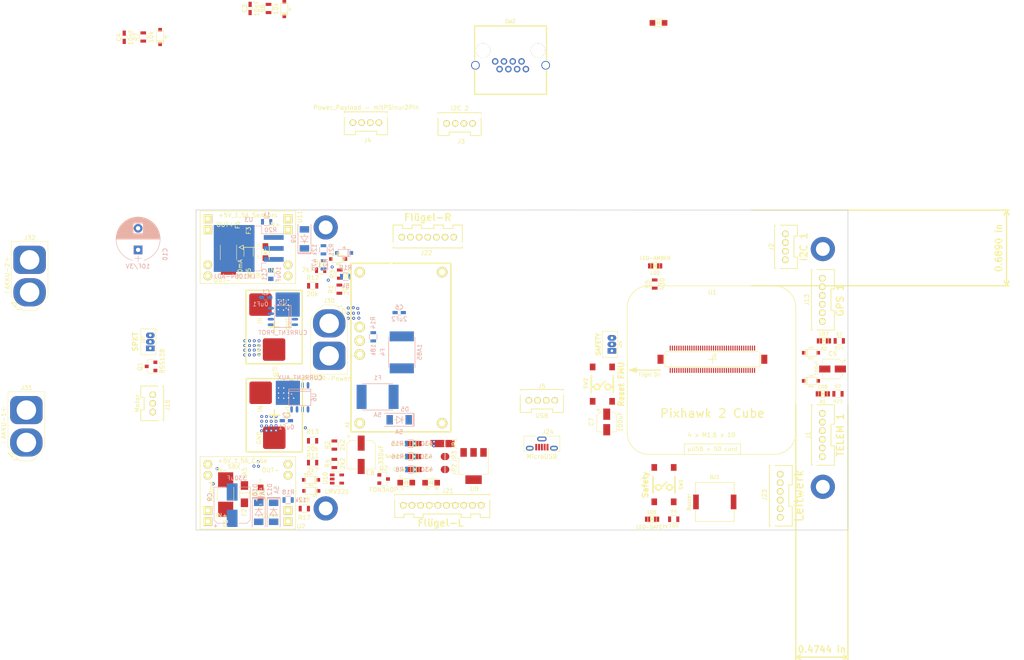
<source format=kicad_pcb>
(kicad_pcb (version 20171130) (host pcbnew "(2018-02-13 revision 365ab99a6)-makepkg")
  (layers (0 F.Cu signal) (31 B.Cu signal) (34 B.Paste user) (35 F.Paste user) (36 B.SilkS user) (37 F.SilkS user) (38 B.Mask user) (39 F.Mask user) (44 Edge.Cuts user))
  (net 0 "")
  (net 1 +5V_Sensors)
  (net 2 /ALARM)
  (net 3 GND)
  (net 4 /BATT­_CURRENT_SENS_PROT_1)
  (net 5 /AUX_BATT­_CURRENT_SENS_1)
  (net 6 /BATT­_CURRENT_SENS_PROT)
  (net 7 /AUX_BATT­_CURRENT_SENS)
  (net 8 /BATT­_VOLTAGE_SENS_PROT)
  (net 9 /AUX_BATT­_VOLTAGE_SENS)
  (net 10 +5V_Servo)
  (net 11 "Net-(F2-Pad1)")
  (net 12 +5V_Cube)
  (net 13 "Net-(F3-Pad1)")
  (net 14 /Power_Supply/Power_Supply)
  (net 15 "Net-(F5-Pad2)")
  (net 16 "Net-(F6-Pad2)")
  (net 17 /SERIAL1_RTS)
  (net 18 /SERIAL1_CTS)
  (net 19 /SERIAL1_RX)
  (net 20 /SERIAL1_TX)
  (net 21 /I2C_1_SDA)
  (net 22 /I2C_1_SCL)
  (net 23 /I2C_2_SCL)
  (net 24 /I2C_2_SDA)
  (net 25 /OTG_DP1)
  (net 26 /OTG_DM1)
  (net 27 /SERIAL2_TX)
  (net 28 /SERIAL2_RX)
  (net 29 /SERIAL_3_TX)
  (net 30 /SERIAL_3_RX)
  (net 31 /VDD_3V3_SPECTRUM_EN)
  (net 32 /IO-USART1_RX_SPECTRUM_DSM)
  (net 33 /IO-CH3-PROT)
  (net 34 /FMU-CH1-PROT)
  (net 35 /IO-CH1-PROT)
  (net 36 /IO-CH2-PROT)
  (net 37 /IO-CH5-PROT)
  (net 38 /IO-CH4-PROT)
  (net 39 /IO-CH6-PROT)
  (net 40 /IO-CH7-PROT)
  (net 41 "Net-(J24-Pad4)")
  (net 42 /SAFETY)
  (net 43 /IO-~LED_SAFETY_PROT)
  (net 44 /VBUS)
  (net 45 +3V3)
  (net 46 /FMU-~LED_AMBER)
  (net 47 /FMU-~RESET)
  (net 48 /FMU-CH3-PROT)
  (net 49 /FMU-CH2-PROT)
  (net 50 "Net-(U5-Pad1)")
  (net 51 "Net-(U6-Pad1)")
  (net 52 "Net-(A1-Pad2)")
  (net 53 "Net-(A1-Pad3)")
  (net 54 "Net-(A1-Pad4)")
  (net 55 "Net-(A1-Pad5)")
  (net 56 "Net-(A1-Pad6)")
  (net 57 "Net-(D5-Pad1)")
  (net 58 "Net-(D6-Pad1)")
  (net 59 "Net-(D11-Pad2)")
  (net 60 "Net-(D13-Pad1)")
  (net 61 "Net-(D13-Pad2)")
  (net 62 "Net-(D14-Pad2)")
  (net 63 "Net-(D14-Pad1)")
  (net 64 "Net-(J37-Pad2)")
  (net 65 "Net-(LD1-Pad2)")
  (net 66 "Net-(LD2-Pad2)")
  (net 67 "Net-(LD3-Pad2)")
  (net 68 "Net-(LD4-Pad2)")
  (net 69 "Net-(Q2-Pad1)")
  (net 70 "Net-(U1-Pad73)")
  (net 71 "Net-(U1-Pad71)")
  (net 72 "Net-(U1-Pad69)")
  (net 73 "Net-(U1-Pad67)")
  (net 74 "Net-(U1-Pad65)")
  (net 75 "Net-(U1-Pad57)")
  (net 76 "Net-(U1-Pad55)")
  (net 77 "Net-(U1-Pad51)")
  (net 78 "Net-(U1-Pad27)")
  (net 79 "Net-(U1-Pad11)")
  (net 80 "Net-(U1-Pad5)")
  (net 81 "Net-(U1-Pad3)")
  (net 82 "Net-(U1-Pad64)")
  (net 83 "Net-(U1-Pad46)")
  (net 84 "Net-(U1-Pad26)")
  (net 85 "Net-(U1-Pad14)")
  (net 86 "Net-(U1-Pad12)")
  (net 87 "Net-(U1-Pad10)")
  (net 88 "Net-(U1-Pad8)")
  (net 89 "Net-(U1-Pad1)")
  (net 90 "Net-(LD5-Pad2)")
  (net 91 "Net-(U1-Pad59)")
  (net 92 /Power_Supply/Recuperate)
  (net 93 "Net-(C10-Pad2)")
  (net 94 "Net-(D10-Pad2)")
  (net 95 "Net-(D12-Pad2)")
  (net 96 "Net-(R20-Pad2)")
  (net 97 "Net-(R21-Pad1)")
  (net 98 /Power_Supply/CrossFeed)
  (net 99 /Power_Supply)
  (net 100 "Net-(U1-Pad16)")
  (net 101 "Net-(U1-Pad18)")
  (net 102 "Net-(U1-Pad30)")
  (net 103 "Net-(U1-Pad32)")
  (net 104 "Net-(U1-Pad56)")
  (net 105 "Net-(U1-Pad58)")
  (net 106 "Net-(U1-Pad60)")
  (net 107 "Net-(U1-Pad62)")
  (net 108 "Net-(U1-Pad66)")
  (net 109 "Net-(U1-Pad21)")
  (net 110 "Net-(U1-Pad39)")
  (net 111 "Net-(U1-Pad41)")
  (net 112 "Net-(U1-Pad75)")
  (net 113 "Net-(U1-Pad77)")
  (net 114 "Net-(U1-Pad79)")
  (net 115 "Net-(D16-Pad1)")
  (net 116 "Net-(D17-Pad1)")
  (net 117 "Net-(LD6-Pad2)")
  (net 118 "Net-(LD7-Pad2)")
  (module stitching_vias:Stitching_Via-0_7mm (layer F.Cu) (at 184.14 144.49)
    (fp_text reference REF** hide)
    (fp_text value Stitching_Via-0_7mm hide)
    (pad 1 thru_hole circle (at 0 0) (size 0.7 0.7) (drill 0.3) (layers *.Cu) (net 3 GND))
  )
  (module stitching_vias:Stitching_Via-0_7mm (layer F.Cu) (at 183.2 145.51)
    (fp_text reference REF** hide)
    (fp_text value Stitching_Via-0_7mm hide)
    (pad 1 thru_hole circle (at 0 0) (size 0.7 0.7) (drill 0.3) (layers *.Cu) (net 3 GND))
  )
  (module stitching_vias:Stitching_Via-0_7mm (layer F.Cu) (at 184.24 145.55)
    (fp_text reference REF** hide)
    (fp_text value Stitching_Via-0_7mm hide)
    (pad 1 thru_hole circle (at 0 0) (size 0.7 0.7) (drill 0.3) (layers *.Cu) (net 3 GND))
  )
  (module Pixhawk_2-Cube:Pixhawk-2_Cube (layer F.Cu) (at 289.25 120.8 180)
    (fp_text reference U1 (at 0 15.5 180) (layer F.SilkS))
    (fp_text value Pixhawk_2_Cube_80-Pin_Header)
    (fp_text user "µUSB + SD card" (at 0 -20.75 180) (layer F.SilkS) (effects (font (size 0.9 0.9))))
    (fp_text user "Flight Dir" (at 14.55 -3.55 180) (layer F.SilkS) (effects (font (size 0.9 0.7) (thickness 0.125))))
    (fp_text user "4 x M1,6 x 10" (at 0.2 -17.5 180) (layer F.SilkS))
    (fp_text user 0 (at -0.6 0.8 180) (layer F.SilkS) (effects (font (size 0.9 0.7) (thickness 0.125))))
    (fp_text user "Pixhawk 2 Cube" (at 0 -12.5 180) (layer F.SilkS) (effects (font (size 2 2) (thickness 0.3))))
    (pad "" np_thru_hole circle (at 15.2 -17.5 270) (size 1.8 1.8) (drill 1.8) (layers *.Cu *.Mask) (clearance 1))
    (pad "" np_thru_hole circle (at -14.8 -17.5 270) (size 1.8 1.8) (drill 1.8) (layers *.Cu *.Mask) (clearance 1))
    (pad "" np_thru_hole circle (at 15.2 12.5 270) (size 1.8 1.8) (drill 1.8) (layers *.Cu *.Mask) (clearance 1))
    (pad "" np_thru_hole circle (at -14.8 12.5 270) (size 1.8 1.8) (drill 1.8) (layers *.Cu *.Mask) (clearance 1))
    (pad 0 smd rect (at -12.000832 0.00028 180) (size 1.4 2.1) (layers F.Cu F.Paste F.Mask))
    (pad 0 smd rect (at 11.999168 0 180) (size 1.4 2.1) (layers F.Cu F.Paste F.Mask))
    (pad "" np_thru_hole circle (at -11 1.9 180) (size 0.65 0.65) (drill 0.65) (layers *.Cu *.Mask) (clearance 0.15))
    (pad "" np_thru_hole circle (at 11 1.9 180) (size 0.65 0.65) (drill 0.65) (layers *.Cu *.Mask) (clearance 0.15))
    (pad 2 smd rect (at 9.748336 2.575 180) (size 0.25 1.15) (layers F.Cu F.Paste F.Mask) (net 46 /FMU-~LED_AMBER))
    (pad 1 smd rect (at 9.748336 -2.57472 180) (size 0.25 1.15) (layers F.Cu F.Paste F.Mask) (net 89 "Net-(U1-Pad1)"))
    (pad 4 smd rect (at 9.248336 2.575 180) (size 0.25 1.15) (layers F.Cu F.Paste F.Mask) (net 24 /I2C_2_SDA))
    (pad 6 smd rect (at 8.748336 2.575 180) (size 0.25 1.15) (layers F.Cu F.Paste F.Mask) (net 23 /I2C_2_SCL))
    (pad 8 smd rect (at 8.248336 2.575 180) (size 0.25 1.15) (layers F.Cu F.Paste F.Mask) (net 88 "Net-(U1-Pad8)"))
    (pad 10 smd rect (at 7.748336 2.575 180) (size 0.25 1.15) (layers F.Cu F.Paste F.Mask) (net 87 "Net-(U1-Pad10)"))
    (pad 12 smd rect (at 7.248336 2.575 180) (size 0.25 1.15) (layers F.Cu F.Paste F.Mask) (net 86 "Net-(U1-Pad12)"))
    (pad 14 smd rect (at 6.748336 2.575 180) (size 0.25 1.15) (layers F.Cu F.Paste F.Mask) (net 85 "Net-(U1-Pad14)"))
    (pad 16 smd rect (at 6.248336 2.575 180) (size 0.25 1.15) (layers F.Cu F.Paste F.Mask) (net 100 "Net-(U1-Pad16)"))
    (pad 18 smd rect (at 5.748336 2.575 180) (size 0.25 1.15) (layers F.Cu F.Paste F.Mask) (net 101 "Net-(U1-Pad18)"))
    (pad 20 smd rect (at 5.248336 2.575 180) (size 0.25 1.15) (layers F.Cu F.Paste F.Mask) (net 30 /SERIAL_3_RX))
    (pad 22 smd rect (at 4.748336 2.575 180) (size 0.25 1.15) (layers F.Cu F.Paste F.Mask) (net 29 /SERIAL_3_TX))
    (pad 24 smd rect (at 4.248336 2.575 180) (size 0.25 1.15) (layers F.Cu F.Paste F.Mask) (net 2 /ALARM))
    (pad 26 smd rect (at 3.748336 2.575 180) (size 0.25 1.15) (layers F.Cu F.Paste F.Mask) (net 84 "Net-(U1-Pad26)"))
    (pad 28 smd rect (at 3.248336 2.575 180) (size 0.25 1.15) (layers F.Cu F.Paste F.Mask) (net 43 /IO-~LED_SAFETY_PROT))
    (pad 30 smd rect (at 2.748336 2.575 180) (size 0.25 1.15) (layers F.Cu F.Paste F.Mask) (net 102 "Net-(U1-Pad30)"))
    (pad 32 smd rect (at 2.248336 2.575 180) (size 0.25 1.15) (layers F.Cu F.Paste F.Mask) (net 103 "Net-(U1-Pad32)"))
    (pad 34 smd rect (at 1.748336 2.575 180) (size 0.25 1.15) (layers F.Cu F.Paste F.Mask) (net 28 /SERIAL2_RX))
    (pad 36 smd rect (at 1.248336 2.575 180) (size 0.25 1.15) (layers F.Cu F.Paste F.Mask) (net 27 /SERIAL2_TX))
    (pad 38 smd rect (at 0.748336 2.575 180) (size 0.25 1.15) (layers F.Cu F.Paste F.Mask) (net 19 /SERIAL1_RX))
    (pad 40 smd rect (at 0.248336 2.575 180) (size 0.25 1.15) (layers F.Cu F.Paste F.Mask) (net 20 /SERIAL1_TX))
    (pad 42 smd rect (at -0.251664 2.575 180) (size 0.25 1.15) (layers F.Cu F.Paste F.Mask) (net 17 /SERIAL1_RTS))
    (pad 44 smd rect (at -0.751664 2.575 180) (size 0.25 1.15) (layers F.Cu F.Paste F.Mask) (net 18 /SERIAL1_CTS))
    (pad 46 smd rect (at -1.251664 2.575 180) (size 0.25 1.15) (layers F.Cu F.Paste F.Mask) (net 83 "Net-(U1-Pad46)"))
    (pad 48 smd rect (at -1.751664 2.575 180) (size 0.25 1.15) (layers F.Cu F.Paste F.Mask) (net 32 /IO-USART1_RX_SPECTRUM_DSM))
    (pad 50 smd rect (at -2.251664 2.575 180) (size 0.25 1.15) (layers F.Cu F.Paste F.Mask) (net 34 /FMU-CH1-PROT))
    (pad 52 smd rect (at -2.751664 2.575 180) (size 0.25 1.15) (layers F.Cu F.Paste F.Mask) (net 49 /FMU-CH2-PROT))
    (pad 54 smd rect (at -3.251664 2.575 180) (size 0.25 1.15) (layers F.Cu F.Paste F.Mask) (net 48 /FMU-CH3-PROT))
    (pad 56 smd rect (at -3.751664 2.575 180) (size 0.25 1.15) (layers F.Cu F.Paste F.Mask) (net 104 "Net-(U1-Pad56)"))
    (pad 58 smd rect (at -4.251664 2.575 180) (size 0.25 1.15) (layers F.Cu F.Paste F.Mask) (net 105 "Net-(U1-Pad58)"))
    (pad 60 smd rect (at -4.751664 2.575 180) (size 0.25 1.15) (layers F.Cu F.Paste F.Mask) (net 106 "Net-(U1-Pad60)"))
    (pad 62 smd rect (at -5.251664 2.575 180) (size 0.25 1.15) (layers F.Cu F.Paste F.Mask) (net 107 "Net-(U1-Pad62)"))
    (pad 64 smd rect (at -5.751664 2.575 180) (size 0.25 1.15) (layers F.Cu F.Paste F.Mask) (net 82 "Net-(U1-Pad64)"))
    (pad 66 smd rect (at -6.251664 2.575 180) (size 0.25 1.15) (layers F.Cu F.Paste F.Mask) (net 108 "Net-(U1-Pad66)"))
    (pad 68 smd rect (at -6.751664 2.575 180) (size 0.25 1.15) (layers F.Cu F.Paste F.Mask) (net 40 /IO-CH7-PROT))
    (pad 70 smd rect (at -7.251664 2.575 180) (size 0.25 1.15) (layers F.Cu F.Paste F.Mask) (net 39 /IO-CH6-PROT))
    (pad 72 smd rect (at -7.751664 2.575 180) (size 0.25 1.15) (layers F.Cu F.Paste F.Mask) (net 37 /IO-CH5-PROT))
    (pad 74 smd rect (at -8.251664 2.575 180) (size 0.25 1.15) (layers F.Cu F.Paste F.Mask) (net 38 /IO-CH4-PROT))
    (pad 76 smd rect (at -8.751664 2.575 180) (size 0.25 1.15) (layers F.Cu F.Paste F.Mask) (net 33 /IO-CH3-PROT))
    (pad 78 smd rect (at -9.251664 2.575 180) (size 0.25 1.15) (layers F.Cu F.Paste F.Mask) (net 36 /IO-CH2-PROT))
    (pad 80 smd rect (at -9.751664 2.575 180) (size 0.25 1.15) (layers F.Cu F.Paste F.Mask) (net 35 /IO-CH1-PROT))
    (pad 3 smd rect (at 9.248336 -2.57472 180) (size 0.25 1.15) (layers F.Cu F.Paste F.Mask) (net 81 "Net-(U1-Pad3)"))
    (pad 5 smd rect (at 8.748336 -2.57472 180) (size 0.25 1.15) (layers F.Cu F.Paste F.Mask) (net 80 "Net-(U1-Pad5)"))
    (pad 7 smd rect (at 8.248336 -2.57472 180) (size 0.25 1.15) (layers F.Cu F.Paste F.Mask) (net 47 /FMU-~RESET))
    (pad 9 smd rect (at 7.748336 -2.57472 180) (size 0.25 1.15) (layers F.Cu F.Paste F.Mask) (net 10 +5V_Servo))
    (pad 11 smd rect (at 7.248336 -2.57472 180) (size 0.25 1.15) (layers F.Cu F.Paste F.Mask) (net 79 "Net-(U1-Pad11)"))
    (pad 13 smd rect (at 6.748336 -2.57472 180) (size 0.25 1.15) (layers F.Cu F.Paste F.Mask) (net 3 GND))
    (pad 15 smd rect (at 6.248336 -2.57472 180) (size 0.25 1.15) (layers F.Cu F.Paste F.Mask) (net 3 GND))
    (pad 17 smd rect (at 5.748336 -2.57472 180) (size 0.25 1.15) (layers F.Cu F.Paste F.Mask) (net 42 /SAFETY))
    (pad 19 smd rect (at 5.248336 -2.57472 180) (size 0.25 1.15) (layers F.Cu F.Paste F.Mask) (net 31 /VDD_3V3_SPECTRUM_EN))
    (pad 21 smd rect (at 4.748336 -2.57472 180) (size 0.25 1.15) (layers F.Cu F.Paste F.Mask) (net 109 "Net-(U1-Pad21)"))
    (pad 23 smd rect (at 4.248336 -2.57472 180) (size 0.25 1.15) (layers F.Cu F.Paste F.Mask) (net 9 /AUX_BATT­_VOLTAGE_SENS))
    (pad 25 smd rect (at 3.748336 -2.57472 180) (size 0.25 1.15) (layers F.Cu F.Paste F.Mask) (net 7 /AUX_BATT­_CURRENT_SENS))
    (pad 27 smd rect (at 3.248336 -2.57472 180) (size 0.25 1.15) (layers F.Cu F.Paste F.Mask) (net 78 "Net-(U1-Pad27)"))
    (pad 29 smd rect (at 2.748336 -2.57472 180) (size 0.25 1.15) (layers F.Cu F.Paste F.Mask) (net 44 /VBUS))
    (pad 31 smd rect (at 2.248336 -2.57472 180) (size 0.25 1.15) (layers F.Cu F.Paste F.Mask) (net 25 /OTG_DP1))
    (pad 33 smd rect (at 1.748336 -2.57472 180) (size 0.25 1.15) (layers F.Cu F.Paste F.Mask) (net 26 /OTG_DM1))
    (pad 35 smd rect (at 1.248336 -2.57472 180) (size 0.25 1.15) (layers F.Cu F.Paste F.Mask) (net 21 /I2C_1_SDA))
    (pad 37 smd rect (at 0.748336 -2.57472 180) (size 0.25 1.15) (layers F.Cu F.Paste F.Mask) (net 22 /I2C_1_SCL))
    (pad 39 smd rect (at 0.248336 -2.57472 180) (size 0.25 1.15) (layers F.Cu F.Paste F.Mask) (net 110 "Net-(U1-Pad39)"))
    (pad 41 smd rect (at -0.251664 -2.57472 180) (size 0.25 1.15) (layers F.Cu F.Paste F.Mask) (net 111 "Net-(U1-Pad41)"))
    (pad 43 smd rect (at -0.751664 -2.57472 180) (size 0.25 1.15) (layers F.Cu F.Paste F.Mask) (net 12 +5V_Cube))
    (pad 45 smd rect (at -1.251664 -2.57472 180) (size 0.25 1.15) (layers F.Cu F.Paste F.Mask) (net 12 +5V_Cube))
    (pad 47 smd rect (at -1.751664 -2.57472 180) (size 0.25 1.15) (layers F.Cu F.Paste F.Mask) (net 8 /BATT­_VOLTAGE_SENS_PROT))
    (pad 49 smd rect (at -2.251664 -2.57472 180) (size 0.25 1.15) (layers F.Cu F.Paste F.Mask) (net 6 /BATT­_CURRENT_SENS_PROT))
    (pad 51 smd rect (at -2.751664 -2.57472 180) (size 0.25 1.15) (layers F.Cu F.Paste F.Mask) (net 77 "Net-(U1-Pad51)"))
    (pad 53 smd rect (at -3.251664 -2.57472 180) (size 0.25 1.15) (layers F.Cu F.Paste F.Mask) (net 10 +5V_Servo))
    (pad 55 smd rect (at -3.751664 -2.57472 180) (size 0.25 1.15) (layers F.Cu F.Paste F.Mask) (net 76 "Net-(U1-Pad55)"))
    (pad 57 smd rect (at -4.251664 -2.57472 180) (size 0.25 1.15) (layers F.Cu F.Paste F.Mask) (net 75 "Net-(U1-Pad57)"))
    (pad 59 smd rect (at -4.751664 -2.57472 180) (size 0.25 1.15) (layers F.Cu F.Paste F.Mask) (net 91 "Net-(U1-Pad59)"))
    (pad 61 smd rect (at -5.251664 -2.57472 180) (size 0.25 1.15) (layers F.Cu F.Paste F.Mask) (net 12 +5V_Cube))
    (pad 63 smd rect (at -5.751664 -2.57472 180) (size 0.25 1.15) (layers F.Cu F.Paste F.Mask) (net 12 +5V_Cube))
    (pad 65 smd rect (at -6.251664 -2.57472 180) (size 0.25 1.15) (layers F.Cu F.Paste F.Mask) (net 74 "Net-(U1-Pad65)"))
    (pad 67 smd rect (at -6.751664 -2.57472 180) (size 0.25 1.15) (layers F.Cu F.Paste F.Mask) (net 73 "Net-(U1-Pad67)"))
    (pad 69 smd rect (at -7.251664 -2.57472 180) (size 0.25 1.15) (layers F.Cu F.Paste F.Mask) (net 72 "Net-(U1-Pad69)"))
    (pad 71 smd rect (at -7.751664 -2.57472 180) (size 0.25 1.15) (layers F.Cu F.Paste F.Mask) (net 71 "Net-(U1-Pad71)"))
    (pad 73 smd rect (at -8.251664 -2.57472 180) (size 0.25 1.15) (layers F.Cu F.Paste F.Mask) (net 70 "Net-(U1-Pad73)"))
    (pad 75 smd rect (at -8.751664 -2.57472 180) (size 0.25 1.15) (layers F.Cu F.Paste F.Mask) (net 112 "Net-(U1-Pad75)"))
    (pad 77 smd rect (at -9.251664 -2.57472 180) (size 0.25 1.15) (layers F.Cu F.Paste F.Mask) (net 113 "Net-(U1-Pad77)"))
    (pad 79 smd rect (at -9.751664 -2.57472 180) (size 0.25 1.15) (layers F.Cu F.Paste F.Mask) (net 114 "Net-(U1-Pad79)"))
  )
  (module Power-IC:Mini_MP1584EN (layer F.Cu) (at 181.8 151.7 180)
    (fp_text reference U2 (at -12.29 -7.73 180) (layer F.SilkS))
    (fp_text value +5V_1,5A_Cube (at 1.25 7.41 180) (layer F.SilkS))
    (fp_text user SBX (at 3.22 6.05 180) (layer F.SilkS))
    (fp_text user OUT- (at -5.25 5.25 180) (layer F.SilkS))
    (fp_text user IN- (at 6.1 5.25 180) (layer F.SilkS))
    (fp_text user IN+ (at 6.1 -5.25 180) (layer F.SilkS))
    (fp_text user OUT+ (at -5.25 -5.25 180) (layer F.SilkS))
    (pad 1 thru_hole rect (at 9.271 -6.604 180) (size 2 2) (drill 1) (layers *.Cu *.Mask F.SilkS) (net 15 "Net-(F5-Pad2)"))
    (pad 2 thru_hole rect (at 9.271 -4.064 180) (size 2 2) (drill 1) (layers *.Cu *.Mask F.SilkS) (net 15 "Net-(F5-Pad2)"))
    (pad 4 thru_hole circle (at 9.271 6.604 180) (size 2 2) (drill 1) (layers *.Cu *.Mask F.SilkS) (net 3 GND))
    (pad 3 thru_hole circle (at 9.271 4.064 180) (size 2 2) (drill 1) (layers *.Cu *.Mask F.SilkS) (net 3 GND))
    (pad 8 thru_hole rect (at -9.271 -6.604 180) (size 2 2) (drill 1) (layers *.Cu *.Mask F.SilkS) (net 11 "Net-(F2-Pad1)"))
    (pad 7 thru_hole rect (at -9.271 -4.064 180) (size 2 2) (drill 1) (layers *.Cu *.Mask F.SilkS) (net 11 "Net-(F2-Pad1)"))
    (pad 6 thru_hole circle (at -9.271 4.064 180) (size 2 2) (drill 1) (layers *.Cu *.Mask F.SilkS) (net 3 GND))
    (pad 5 thru_hole circle (at -9.271 6.604 180) (size 2 2) (drill 1) (layers *.Cu *.Mask F.SilkS) (net 3 GND))
  )
  (module Power-IC:Mini_MP1584EN (layer F.Cu) (at 181.8 94.9)
    (fp_text reference U11 (at 12 -7.1 90) (layer F.SilkS))
    (fp_text value +5V_1,5A_Sensors (at -0.01 -7.42) (layer F.SilkS))
    (fp_text user SBX (at 2.33 6.5) (layer F.SilkS))
    (fp_text user OUT- (at -5.91 7.57) (layer F.SilkS))
    (fp_text user IN- (at 6.1 5.25) (layer F.SilkS))
    (fp_text user IN+ (at 6.1 -5.25) (layer F.SilkS))
    (fp_text user OUT+ (at -5.25 -5.25) (layer F.SilkS))
    (pad 1 thru_hole rect (at 9.271 -6.604) (size 2 2) (drill 1) (layers *.Cu *.Mask F.SilkS) (net 16 "Net-(F6-Pad2)"))
    (pad 2 thru_hole rect (at 9.271 -4.064) (size 2 2) (drill 1) (layers *.Cu *.Mask F.SilkS) (net 16 "Net-(F6-Pad2)"))
    (pad 4 thru_hole circle (at 9.271 6.604) (size 2 2) (drill 1) (layers *.Cu *.Mask F.SilkS) (net 3 GND))
    (pad 3 thru_hole circle (at 9.271 4.064) (size 2 2) (drill 1) (layers *.Cu *.Mask F.SilkS) (net 3 GND))
    (pad 8 thru_hole rect (at -9.271 -6.604) (size 2 2) (drill 1) (layers *.Cu *.Mask F.SilkS) (net 13 "Net-(F3-Pad1)"))
    (pad 7 thru_hole rect (at -9.271 -4.064) (size 2 2) (drill 1) (layers *.Cu *.Mask F.SilkS) (net 13 "Net-(F3-Pad1)"))
    (pad 6 thru_hole circle (at -9.271 4.064) (size 2 2) (drill 1) (layers *.Cu *.Mask F.SilkS) (net 3 GND))
    (pad 5 thru_hole circle (at -9.271 6.604) (size 2 2) (drill 1) (layers *.Cu *.Mask F.SilkS) (net 3 GND))
  )
  (module w_smd_diode:sod123 (layer B.Cu) (at 204.05 96.2)
    (fp_text reference D8 (at 0 1.30048) (layer B.SilkS) (effects (font (size 0.4 0.4) (thickness 0.1)) (justify mirror)))
    (fp_text value 3V (at 0 -1.19888) (layer B.SilkS) (effects (font (size 0.4 0.4) (thickness 0.1)) (justify mirror)))
    (pad 1 smd rect (at -1.67386 0) (size 0.8509 0.8509) (layers B.Cu B.Paste B.Mask) (net 92 /Power_Supply/Recuperate))
    (pad 2 smd rect (at 1.67386 0) (size 0.8509 0.8509) (layers B.Cu B.Paste B.Mask) (net 99 /Power_Supply))
  )
  (module connectors-[JS]:JUMPER-SOLDER-SMD_mit_flaechenanschluss (layer F.Cu) (at 227.4 140.3 90)
    (fp_text reference JP1 (at 0 2.1336 90) (layer F.SilkS))
    (fp_text value Servo)
    (pad 2 smd trapezoid (at 0 -0.5 180) (size 0.6 1) (rect_delta 0.1 0) (layers F.Cu F.Mask) (net 98 /Power_Supply/CrossFeed))
    (pad 1 smd trapezoid (at 0 0.5) (size 0.6 1) (rect_delta 0.1 0) (layers F.Cu F.Mask) (net 10 +5V_Servo))
  )
  (module stitching_vias:Stitching_Via-0_7mm (layer F.Cu) (at 200.4 102.5)
    (fp_text reference REF** hide)
    (fp_text value Stitching_Via-0_7mm hide)
    (pad 1 thru_hole circle (at 0 0) (size 0.7 0.7) (drill 0.3) (layers *.Cu) (net 3 GND))
  )
  (module stitching_vias:Stitching_Via-0_7mm (layer F.Cu) (at 201.3 99.45)
    (fp_text reference REF** hide)
    (fp_text value Stitching_Via-0_7mm hide)
    (pad 1 thru_hole circle (at 0 0) (size 0.7 0.7) (drill 0.3) (layers *.Cu) (net 3 GND))
  )
  (module stitching_vias:Stitching_Via-0_7mm (layer F.Cu) (at 183.275 116.525)
    (fp_text reference REF** hide)
    (fp_text value Stitching_Via-0_7mm hide)
    (pad 1 thru_hole circle (at 0 0) (size 0.7 0.7) (drill 0.3) (layers *.Cu) (net 3 GND))
  )
  (module stitching_vias:Stitching_Via-0_7mm (layer F.Cu) (at 181.075 117.625)
    (fp_text reference REF** hide)
    (fp_text value Stitching_Via-0_7mm hide)
    (pad 1 thru_hole circle (at 0 0) (size 0.7 0.7) (drill 0.3) (layers *.Cu) (net 3 GND))
  )
  (module stitching_vias:Stitching_Via-0_7mm (layer F.Cu) (at 182.175 117.625)
    (fp_text reference REF** hide)
    (fp_text value Stitching_Via-0_7mm hide)
    (pad 1 thru_hole circle (at 0 0) (size 0.7 0.7) (drill 0.3) (layers *.Cu) (net 3 GND))
  )
  (module stitching_vias:Stitching_Via-0_7mm (layer F.Cu) (at 182.15 118.7)
    (fp_text reference REF** hide)
    (fp_text value Stitching_Via-0_7mm hide)
    (pad 1 thru_hole circle (at 0 0) (size 0.7 0.7) (drill 0.3) (layers *.Cu) (net 3 GND))
  )
  (module stitching_vias:Stitching_Via-0_7mm (layer F.Cu) (at 182.15 119.8)
    (fp_text reference REF** hide)
    (fp_text value Stitching_Via-0_7mm hide)
    (pad 1 thru_hole circle (at 0 0) (size 0.7 0.7) (drill 0.3) (layers *.Cu) (net 3 GND))
  )
  (module stitching_vias:Stitching_Via-0_7mm (layer F.Cu) (at 183.275 119.775)
    (fp_text reference REF** hide)
    (fp_text value Stitching_Via-0_7mm hide)
    (pad 1 thru_hole circle (at 0 0) (size 0.7 0.7) (drill 0.3) (layers *.Cu) (net 3 GND))
  )
  (module stitching_vias:Stitching_Via-0_7mm (layer F.Cu) (at 184.375 118.65)
    (fp_text reference REF** hide)
    (fp_text value Stitching_Via-0_7mm hide)
    (pad 1 thru_hole circle (at 0 0) (size 0.7 0.7) (drill 0.3) (layers *.Cu) (net 3 GND))
  )
  (module stitching_vias:Stitching_Via-0_7mm (layer F.Cu) (at 181.05 118.7)
    (fp_text reference REF** hide)
    (fp_text value Stitching_Via-0_7mm hide)
    (pad 1 thru_hole circle (at 0 0) (size 0.7 0.7) (drill 0.3) (layers *.Cu) (net 3 GND))
  )
  (module stitching_vias:Stitching_Via-0_7mm (layer F.Cu) (at 184.375 116.525)
    (fp_text reference REF** hide)
    (fp_text value Stitching_Via-0_7mm hide)
    (pad 1 thru_hole circle (at 0 0) (size 0.7 0.7) (drill 0.3) (layers *.Cu) (net 3 GND))
  )
  (module stitching_vias:Stitching_Via-0_7mm (layer F.Cu) (at 183.275 118.675)
    (fp_text reference REF** hide)
    (fp_text value Stitching_Via-0_7mm hide)
    (pad 1 thru_hole circle (at 0 0) (size 0.7 0.7) (drill 0.3) (layers *.Cu) (net 3 GND))
  )
  (module stitching_vias:Stitching_Via-0_7mm (layer F.Cu) (at 184.375 119.75)
    (fp_text reference REF** hide)
    (fp_text value Stitching_Via-0_7mm hide)
    (pad 1 thru_hole circle (at 0 0) (size 0.7 0.7) (drill 0.3) (layers *.Cu) (net 3 GND))
  )
  (module stitching_vias:Stitching_Via-0_7mm (layer F.Cu) (at 184.375 117.625)
    (fp_text reference REF** hide)
    (fp_text value Stitching_Via-0_7mm hide)
    (pad 1 thru_hole circle (at 0 0) (size 0.7 0.7) (drill 0.3) (layers *.Cu) (net 3 GND))
  )
  (module stitching_vias:Stitching_Via-0_7mm (layer F.Cu) (at 181.05 119.8)
    (fp_text reference REF** hide)
    (fp_text value Stitching_Via-0_7mm hide)
    (pad 1 thru_hole circle (at 0 0) (size 0.7 0.7) (drill 0.3) (layers *.Cu) (net 3 GND))
  )
  (module stitching_vias:Stitching_Via-0_7mm (layer F.Cu) (at 181.075 116.525)
    (fp_text reference REF** hide)
    (fp_text value Stitching_Via-0_7mm hide)
    (pad 1 thru_hole circle (at 0 0) (size 0.7 0.7) (drill 0.3) (layers *.Cu) (net 3 GND))
  )
  (module stitching_vias:Stitching_Via-0_7mm (layer F.Cu) (at 182.175 116.525)
    (fp_text reference REF** hide)
    (fp_text value Stitching_Via-0_7mm hide)
    (pad 1 thru_hole circle (at 0 0) (size 0.7 0.7) (drill 0.3) (layers *.Cu) (net 3 GND))
  )
  (module stitching_vias:Stitching_Via-0_7mm (layer F.Cu) (at 183.275 117.625)
    (fp_text reference REF** hide)
    (fp_text value Stitching_Via-0_7mm hide)
    (pad 1 thru_hole circle (at 0 0) (size 0.7 0.7) (drill 0.3) (layers *.Cu) (net 3 GND))
  )
  (module stitching_vias:Stitching_Via-0_7mm (layer F.Cu) (at 173.8 149.6)
    (fp_text reference REF** hide)
    (fp_text value Stitching_Via-0_7mm hide)
    (pad 1 thru_hole circle (at 0 0) (size 0.7 0.7) (drill 0.3) (layers *.Cu) (net 3 GND))
  )
  (module devices_[JS]:PKMCS0909E4000-R1 (layer F.Cu) (at 289.8 153.8)
    (fp_text reference BZ1 (at 0 -5.75) (layer F.SilkS) (effects (font (size 0.8 0.8))))
    (fp_text value Buzzer (at -6 0.03 90) (layer F.SilkS) (effects (font (size 0.8 0.8))))
    (pad 2 smd rect (at 4.35 0) (size 1.3 3.4) (layers F.Cu F.Paste F.Mask) (net 3 GND))
    (pad 1 smd rect (at -4.35 0) (size 1.3 3.4) (layers F.Cu F.Paste F.Mask) (net 2 /ALARM))
  )
  (module stitching_vias:Stitching_Via-0_7mm (layer F.Cu) (at 174.7 146.1)
    (fp_text reference REF** hide)
    (fp_text value Stitching_Via-0_7mm hide)
    (pad 1 thru_hole circle (at 0 0) (size 0.7 0.7) (drill 0.3) (layers *.Cu) (net 3 GND))
  )
  (module Capacitors_THT:CP_Radial_D10.0mm_P5.00mm (layer B.Cu) (at 156.4 95.5 90)
    (fp_text reference C10 (at -1.025 6.25 90) (layer B.SilkS) (effects (justify mirror)))
    (fp_text value 10F/3V (at -3.8 -0.05 180) (layer B.SilkS) (effects (justify mirror)))
    (pad 2 thru_hole circle (at 5 0 90) (size 2 2) (drill 1) (layers *.Cu *.Mask) (net 93 "Net-(C10-Pad2)"))
    (pad 1 thru_hole rect (at 0 0 90) (size 2 2) (drill 1) (layers *.Cu *.Mask) (net 99 /Power_Supply))
  )
  (module TO_SOT_Packages_SMD:TO-263-3_TabPin2 (layer B.Cu) (at 182 95.16 180)
    (fp_text reference U3 (at 0 6.65 180) (layer B.SilkS) (effects (justify mirror)))
    (fp_text value LM1084-ADJ (at 3.225 -6.45 180) (layer B.SilkS) (effects (justify mirror)))
    (pad 2 smd rect (at 0.95 -2.775 180) (size 4.55 5.25) (layers B.Cu B.Paste) (net 92 /Power_Supply/Recuperate))
    (pad 2 smd rect (at 5.8 2.775 180) (size 4.55 5.25) (layers B.Cu B.Paste) (net 92 /Power_Supply/Recuperate))
    (pad 2 smd rect (at 0.95 2.775 180) (size 4.55 5.25) (layers B.Cu B.Paste) (net 92 /Power_Supply/Recuperate))
    (pad 2 smd rect (at 5.8 -2.775 180) (size 4.55 5.25) (layers B.Cu B.Paste) (net 92 /Power_Supply/Recuperate))
    (pad 2 smd rect (at 3.375 0 180) (size 9.4 10.8) (layers B.Cu B.Mask) (net 92 /Power_Supply/Recuperate))
    (pad 3 smd rect (at -5.775 -2.54 180) (size 4.6 1.1) (layers B.Cu B.Paste B.Mask) (net 99 /Power_Supply))
    (pad 2 smd rect (at -5.775 0 180) (size 4.6 1.1) (layers B.Cu B.Paste B.Mask) (net 92 /Power_Supply/Recuperate))
    (pad 1 smd rect (at -5.775 2.54 180) (size 4.6 1.1) (layers B.Cu B.Paste B.Mask) (net 96 "Net-(R20-Pad2)"))
  )
  (module Resistors-Mini-SMD:R_0805 (layer B.Cu) (at 199.275 98.95 90)
    (fp_text reference R22 (at 0 0.525 90) (layer B.SilkS) (effects (justify mirror)))
    (fp_text value 470 (at 0 -2.1 90) (layer B.SilkS) (effects (justify mirror)))
    (pad 1 smd rect (at -0.95 0 90) (size 0.7 1.3) (layers B.Cu B.Paste B.Mask) (net 3 GND))
    (pad 2 smd rect (at 0.95 0 90) (size 0.7 1.3) (layers B.Cu B.Paste B.Mask) (net 97 "Net-(R21-Pad1)"))
  )
  (module Resistors-Mini-SMD:R_0805 (layer B.Cu) (at 199.275 95.475 90)
    (fp_text reference R21 (at 0 1.825 90) (layer B.SilkS) (effects (justify mirror)))
    (fp_text value 12k (at 0 -2.1 90) (layer B.SilkS) (effects (justify mirror)))
    (pad 2 smd rect (at 0.95 0 90) (size 0.7 1.3) (layers B.Cu B.Paste B.Mask) (net 96 "Net-(R20-Pad2)"))
    (pad 1 smd rect (at -0.95 0 90) (size 0.7 1.3) (layers B.Cu B.Paste B.Mask) (net 97 "Net-(R21-Pad1)"))
  )
  (module Resistors-Mini-SMD:R_0805 (layer B.Cu) (at 186.125 89)
    (fp_text reference R20 (at 0.925 1.9) (layer B.SilkS) (effects (justify mirror)))
    (fp_text value 1k (at 0 -1.675) (layer B.SilkS) (effects (justify mirror)))
    (pad 1 smd rect (at -0.95 0) (size 0.7 1.3) (layers B.Cu B.Paste B.Mask) (net 92 /Power_Supply/Recuperate))
    (pad 2 smd rect (at 0.95 0) (size 0.7 1.3) (layers B.Cu B.Paste B.Mask) (net 96 "Net-(R20-Pad2)"))
  )
  (module Resistors-Mini-SMD:R_0805 (layer B.Cu) (at 204.4 101.7 180)
    (fp_text reference R19 (at 0 2.1 180) (layer B.SilkS) (effects (justify mirror)))
    (fp_text value 5k (at 0 -2.1 180) (layer B.SilkS) (effects (justify mirror)))
    (pad 1 smd rect (at -0.95 0 180) (size 0.7 1.3) (layers B.Cu B.Paste B.Mask) (net 93 "Net-(C10-Pad2)"))
    (pad 2 smd rect (at 0.95 0 180) (size 0.7 1.3) (layers B.Cu B.Paste B.Mask) (net 92 /Power_Supply/Recuperate))
  )
  (module General_smd-[JS]:SOD-128 (layer B.Cu) (at 187.75 156.2 90)
    (fp_text reference D12 (at 5.25 -0.9 90) (layer B.SilkS) (effects (justify mirror)))
    (fp_text value 5A (at 5.2 0.675 90) (layer B.SilkS) (effects (justify mirror)))
    (pad 2 smd rect (at 2.2 0 90) (size 1.5 2.2) (layers B.Cu B.Paste B.Mask) (net 95 "Net-(D12-Pad2)"))
    (pad 1 smd rect (at -2.2 0 90) (size 1.5 2.2) (layers B.Cu B.Paste B.Mask) (net 92 /Power_Supply/Recuperate))
  )
  (module General_smd-[JS]:SOD-128 (layer B.Cu) (at 184.3 156.2 90)
    (fp_text reference D10 (at 5.175 -0.825 90) (layer B.SilkS) (effects (justify mirror)))
    (fp_text value 5A (at 4.875 0.825 90) (layer B.SilkS) (effects (justify mirror)))
    (pad 1 smd rect (at -2.2 0 90) (size 1.5 2.2) (layers B.Cu B.Paste B.Mask) (net 92 /Power_Supply/Recuperate))
    (pad 2 smd rect (at 2.2 0 90) (size 1.5 2.2) (layers B.Cu B.Paste B.Mask) (net 94 "Net-(D10-Pad2)"))
  )
  (module General_smd-[JS]:SOD-128 (layer B.Cu) (at 194.875 92.95 270)
    (fp_text reference D9 (at 0 2.5 270) (layer B.SilkS) (effects (justify mirror)))
    (fp_text value 30V/2W)
    (pad 2 smd rect (at 2.2 0 270) (size 1.5 2.2) (layers B.Cu B.Paste B.Mask) (net 92 /Power_Supply/Recuperate))
    (pad 1 smd rect (at -2.2 0 270) (size 1.5 2.2) (layers B.Cu B.Paste B.Mask) (net 3 GND))
  )
  (module Capacitors_SMD:C_0805 (layer B.Cu) (at 187.1 101.2 270)
    (fp_text reference C11 (at 0 1.5 270) (layer B.SilkS) (effects (justify mirror)))
    (fp_text value 10uF (at 0 -1.75 270) (layer B.SilkS) (effects (justify mirror)))
    (pad 2 smd rect (at 1 0 270) (size 1 1.25) (layers B.Cu B.Paste B.Mask) (net 3 GND))
    (pad 1 smd rect (at -1 0 270) (size 1 1.25) (layers B.Cu B.Paste B.Mask) (net 99 /Power_Supply))
  )
  (module Capacitors_SMD:CP_Elec_8x10.5 (layer B.Cu) (at 178.15 154.55 90)
    (fp_text reference C9 (at 1.875 -5.175 90) (layer B.SilkS) (effects (justify mirror)))
    (fp_text value 330uF (at 6.25 1.1) (layer B.SilkS) (effects (justify mirror)))
    (fp_text user + (at -4.78 -3.91 90) (layer B.SilkS) (effects (justify mirror)))
    (pad 2 smd rect (at 3.05 0 270) (size 4 2.5) (layers B.Cu B.Paste B.Mask) (net 3 GND))
    (pad 1 smd rect (at -3.05 0 270) (size 4 2.5) (layers B.Cu B.Paste B.Mask) (net 92 /Power_Supply/Recuperate))
  )
  (module Capacitors_SMD:C_0603_HandSoldering (layer B.Cu) (at 185.9 106.5 180)
    (fp_text reference C1 (at 0 1.25 180) (layer B.SilkS) (effects (justify mirror)))
    (fp_text value 0uF1 (at 1.2 -1.55 180) (layer B.SilkS) (effects (justify mirror)))
    (pad 2 smd rect (at 0.95 0 180) (size 1.2 0.75) (layers B.Cu B.Paste B.Mask) (net 3 GND))
    (pad 1 smd rect (at -0.95 0 180) (size 1.2 0.75) (layers B.Cu B.Paste B.Mask) (net 45 +3V3))
  )
  (module Capacitors_SMD:C_0603_HandSoldering (layer F.Cu) (at 182.31 39.65 90)
    (fp_text reference C3 (at 0 -1.25 90) (layer F.SilkS))
    (fp_text value 10nF (at 0 1.5 90) (layer F.SilkS))
    (pad 2 smd rect (at 0.95 0 90) (size 1.2 0.75) (layers F.Cu F.Paste F.Mask) (net 3 GND))
    (pad 1 smd rect (at -0.95 0 90) (size 1.2 0.75) (layers F.Cu F.Paste F.Mask) (net 4 /BATT­_CURRENT_SENS_PROT_1))
  )
  (module Capacitors_SMD:C_0603_HandSoldering (layer F.Cu) (at 153.19 46.31 90)
    (fp_text reference C4 (at 0 -1.25 90) (layer F.SilkS))
    (fp_text value 10nF (at 0 1.5 90) (layer F.SilkS))
    (pad 2 smd rect (at 0.95 0 90) (size 1.2 0.75) (layers F.Cu F.Paste F.Mask) (net 3 GND))
    (pad 1 smd rect (at -0.95 0 90) (size 1.2 0.75) (layers F.Cu F.Paste F.Mask) (net 5 /AUX_BATT­_CURRENT_SENS_1))
  )
  (module Capacitors_SMD:C_0603_HandSoldering (layer B.Cu) (at 190.7 135 180)
    (fp_text reference C2 (at 0 1.25 180) (layer B.SilkS) (effects (justify mirror)))
    (fp_text value 0uF1 (at 0 -1.5 180) (layer B.SilkS) (effects (justify mirror)))
    (pad 2 smd rect (at 0.95 0 180) (size 1.2 0.75) (layers B.Cu B.Paste B.Mask) (net 3 GND))
    (pad 1 smd rect (at -0.95 0 180) (size 1.2 0.75) (layers B.Cu B.Paste B.Mask) (net 45 +3V3))
  )
  (module w_smd_diode:sod123 (layer F.Cu) (at 196.4 148.7)
    (fp_text reference D4 (at 0 -1.30048) (layer F.SilkS) (effects (font (size 0.4 0.4) (thickness 0.1))))
    (fp_text value 3V6 (at -1.1 -1.3) (layer F.SilkS) (effects (font (size 0.4 0.4) (thickness 0.1))))
    (pad 2 smd rect (at 1.67386 0) (size 0.8509 0.8509) (layers F.Cu F.Paste F.Mask) (net 9 /AUX_BATT­_VOLTAGE_SENS))
    (pad 1 smd rect (at -1.67386 0) (size 0.8509 0.8509) (layers F.Cu F.Paste F.Mask) (net 3 GND))
  )
  (module w_smd_diode:sod123 (layer F.Cu) (at 202.675 97.6)
    (fp_text reference D3 (at 0 -1.30048) (layer F.SilkS) (effects (font (size 0.4 0.4) (thickness 0.1))))
    (fp_text value 3V6 (at 0 1.19888) (layer F.SilkS) (effects (font (size 0.4 0.4) (thickness 0.1))))
    (pad 1 smd rect (at -1.67386 0) (size 0.8509 0.8509) (layers F.Cu F.Paste F.Mask) (net 3 GND))
    (pad 2 smd rect (at 1.67386 0) (size 0.8509 0.8509) (layers F.Cu F.Paste F.Mask) (net 8 /BATT­_VOLTAGE_SENS_PROT))
  )
  (module Resistors-Mini-SMD:R_0805 (layer B.Cu) (at 219.4 140.3)
    (fp_text reference R15 (at -3.05 0) (layer B.SilkS) (effects (justify mirror)))
    (fp_text value 430 (at 3.8 0) (layer B.SilkS) (effects (justify mirror)))
    (pad 1 smd rect (at -0.95 0) (size 0.7 1.3) (layers B.Cu B.Paste B.Mask) (net 3 GND))
    (pad 2 smd rect (at 0.95 0) (size 0.7 1.3) (layers B.Cu B.Paste B.Mask) (net 90 "Net-(LD5-Pad2)"))
  )
  (module w_smd_leds:Led_0805 (layer F.Cu) (at 220.3 140.3)
    (fp_text reference LD5 (at 3.1 0.1) (layer F.SilkS) (effects (font (size 0.8001 0.8001) (thickness 0.14986))))
    (fp_text value Servo (at -3.7 0.1) (layer F.SilkS) (effects (font (size 0.8001 0.8001) (thickness 0.14986))))
    (pad 1 smd rect (at -1.04902 0) (size 1.19888 1.19888) (layers F.Cu F.Paste F.Mask) (net 57 "Net-(D5-Pad1)"))
    (pad 2 smd rect (at 1.04902 0) (size 1.19888 1.19888) (layers F.Cu F.Paste F.Mask) (net 90 "Net-(LD5-Pad2)"))
  )
  (module w_smd_diode:sod123 (layer F.Cu) (at 161.49 46.25 270)
    (fp_text reference D2 (at 0 -1.30048 270) (layer F.SilkS) (effects (font (size 0.4 0.4) (thickness 0.1))))
    (fp_text value 3V6 hide)
    (pad 1 smd rect (at -1.67386 0 270) (size 0.8509 0.8509) (layers F.Cu F.Paste F.Mask) (net 3 GND))
    (pad 2 smd rect (at 1.67386 0 270) (size 0.8509 0.8509) (layers F.Cu F.Paste F.Mask) (net 7 /AUX_BATT­_CURRENT_SENS))
  )
  (module w_smd_diode:sod123 (layer F.Cu) (at 190.22 39.79 270)
    (fp_text reference D1 (at 0 -1.30048 270) (layer F.SilkS) (effects (font (size 0.4 0.4) (thickness 0.1))))
    (fp_text value 3V6 hide)
    (pad 2 smd rect (at 1.67386 0 270) (size 0.8509 0.8509) (layers F.Cu F.Paste F.Mask) (net 6 /BATT­_CURRENT_SENS_PROT))
    (pad 1 smd rect (at -1.67386 0 270) (size 0.8509 0.8509) (layers F.Cu F.Paste F.Mask) (net 3 GND))
  )
  (module Resistors_SMD:R_1812_HandSoldering (layer F.Cu) (at 177.3 96.1 90)
    (fp_text reference F6 (at 6.35 2.12 90) (layer F.SilkS))
    (fp_text value 750mA (at -4.1 2.7 90) (layer F.SilkS))
    (pad 2 smd rect (at 3.4 0 90) (size 3.5 3.5) (layers F.Cu F.Paste F.Mask) (net 16 "Net-(F6-Pad2)"))
    (pad 1 smd rect (at -3.4 0 90) (size 3.5 3.5) (layers F.Cu F.Paste F.Mask) (net 99 /Power_Supply))
  )
  (module Resistors_SMD:R_1812_HandSoldering (layer F.Cu) (at 176.65 152.1 270)
    (fp_text reference F5 (at 6.65 0 270) (layer F.SilkS))
    (fp_text value 750mA (at -0.59 3.29 270) (layer F.SilkS))
    (pad 1 smd rect (at -3.4 0 270) (size 3.5 3.5) (layers F.Cu F.Paste F.Mask) (net 99 /Power_Supply))
    (pad 2 smd rect (at 3.4 0 270) (size 3.5 3.5) (layers F.Cu F.Paste F.Mask) (net 15 "Net-(F5-Pad2)"))
  )
  (module Resistors-Mini-SMD:R_0805 (layer B.Cu) (at 210.8 115.6 270)
    (fp_text reference R14 (at -3.25 0.05 270) (layer B.SilkS) (effects (justify mirror)))
    (fp_text value 18k (at 3.05 0 270) (layer B.SilkS) (effects (justify mirror)))
    (pad 2 smd rect (at 0.95 0 270) (size 0.7 1.3) (layers B.Cu B.Paste B.Mask) (net 54 "Net-(A1-Pad4)"))
    (pad 1 smd rect (at -0.95 0 270) (size 0.7 1.3) (layers B.Cu B.Paste B.Mask) (net 3 GND))
  )
  (module Resistors-Mini-SMD:R_0805 (layer B.Cu) (at 219.448764 146.3)
    (fp_text reference R8 (at -2.55 0) (layer B.SilkS) (effects (justify mirror)))
    (fp_text value 430 (at 3.751236 0) (layer B.SilkS) (effects (justify mirror)))
    (pad 1 smd rect (at -0.95 0) (size 0.7 1.3) (layers B.Cu B.Paste B.Mask) (net 3 GND))
    (pad 2 smd rect (at 0.95 0) (size 0.7 1.3) (layers B.Cu B.Paste B.Mask) (net 67 "Net-(LD3-Pad2)"))
  )
  (module con-lumberg:Fuse_SMD2920 (layer B.Cu) (at 217.4 119.2 90)
    (fp_text reference F4 (at 0.05 -4.4 90) (layer B.SilkS) (effects (justify mirror)))
    (fp_text value 1A85 (at 0.05 4.1 90) (layer B.SilkS) (effects (justify mirror)))
    (pad 2 smd rect (at 3.7 0) (size 5.6 2.3) (layers B.Cu B.Paste B.Mask) (net 52 "Net-(A1-Pad2)"))
    (pad 1 smd rect (at -3.7 0) (size 5.6 2.3) (layers B.Cu B.Paste B.Mask) (net 99 /Power_Supply))
  )
  (module Resistors_SMD:R_1206_HandSoldering (layer F.Cu) (at 181.95 96 90)
    (fp_text reference F3 (at 4.95 0 90) (layer F.SilkS))
    (fp_text value 1A5 (at -5.05 0 90) (layer F.SilkS))
    (pad 2 smd rect (at 2 0 90) (size 2 1.7) (layers F.Cu F.Paste F.Mask) (net 63 "Net-(D14-Pad1)"))
    (pad 1 smd rect (at -2 0 90) (size 2 1.7) (layers F.Cu F.Paste F.Mask) (net 13 "Net-(F3-Pad1)"))
  )
  (module Resistors_SMD:R_1206_HandSoldering (layer F.Cu) (at 181 152 90)
    (fp_text reference F2 (at -4.25 -0.05 90) (layer F.SilkS))
    (fp_text value 1A5 (at 4.8 0 90) (layer F.SilkS))
    (pad 1 smd rect (at -2 0 90) (size 2 1.7) (layers F.Cu F.Paste F.Mask) (net 11 "Net-(F2-Pad1)"))
    (pad 2 smd rect (at 2 0 90) (size 2 1.7) (layers F.Cu F.Paste F.Mask) (net 60 "Net-(D13-Pad1)"))
  )
  (module con-lumberg:Fuse_SMD2920 (layer B.Cu) (at 211.8 129.5)
    (fp_text reference F1 (at 0 -4.4) (layer B.SilkS) (effects (justify mirror)))
    (fp_text value 5A (at 0 4.15) (layer B.SilkS) (effects (justify mirror)))
    (pad 1 smd rect (at -3.7 0 270) (size 5.6 2.3) (layers B.Cu B.Paste B.Mask) (net 56 "Net-(A1-Pad6)"))
    (pad 2 smd rect (at 3.7 0 270) (size 5.6 2.3) (layers B.Cu B.Paste B.Mask) (net 57 "Net-(D5-Pad1)"))
  )
  (module TO_SOT_Packages_SMD:SOT-23-5 (layer F.Cu) (at 202.4 148.5)
    (fp_text reference U10 (at -2.7 -0.2 90) (layer F.SilkS))
    (fp_text value LMV321 (at 0 2.9) (layer F.SilkS))
    (pad 5 smd rect (at 1.1 -0.95) (size 1.06 0.65) (layers F.Cu F.Paste F.Mask) (net 1 +5V_Sensors))
    (pad 4 smd rect (at 1.1 0.95) (size 1.06 0.65) (layers F.Cu F.Paste F.Mask) (net 69 "Net-(Q2-Pad1)"))
    (pad 3 smd rect (at -1.1 0.95) (size 1.06 0.65) (layers F.Cu F.Paste F.Mask) (net 45 +3V3))
    (pad 2 smd rect (at -1.1 0) (size 1.06 0.65) (layers F.Cu F.Paste F.Mask) (net 3 GND))
    (pad 1 smd rect (at -1.1 -0.95) (size 1.06 0.65) (layers F.Cu F.Paste F.Mask) (net 59 "Net-(D11-Pad2)"))
  )
  (module Resistors-Mini-SMD:R_0805 (layer F.Cu) (at 194.85 155.35 180)
    (fp_text reference R17 (at 0 -2.1 180) (layer F.SilkS))
    (fp_text value 6k8 (at 0 2.1 180) (layer F.SilkS))
    (pad 2 smd rect (at 0.95 0 180) (size 0.7 1.3) (layers F.Cu F.Paste F.Mask) (net 3 GND))
    (pad 1 smd rect (at -0.95 0 180) (size 0.7 1.3) (layers F.Cu F.Paste F.Mask) (net 59 "Net-(D11-Pad2)"))
  )
  (module Resistors-Mini-SMD:R_0805 (layer B.Cu) (at 219.45 143.3)
    (fp_text reference R16 (at -3.05 0) (layer B.SilkS) (effects (justify mirror)))
    (fp_text value 430 (at 3.65 0) (layer B.SilkS) (effects (justify mirror)))
    (pad 1 smd rect (at -0.95 0) (size 0.7 1.3) (layers B.Cu B.Paste B.Mask) (net 3 GND))
    (pad 2 smd rect (at 0.95 0) (size 0.7 1.3) (layers B.Cu B.Paste B.Mask) (net 68 "Net-(LD4-Pad2)"))
  )
  (module TO_SOT_Packages_SMD:SOT-23 (layer F.Cu) (at 213.2 148.5)
    (fp_text reference Q2 (at 0 -2.5) (layer F.SilkS))
    (fp_text value FDN340P (at 0 2.5) (layer F.SilkS))
    (pad 3 smd rect (at 1 0) (size 0.9 0.8) (layers F.Cu F.Paste F.Mask) (net 58 "Net-(D6-Pad1)"))
    (pad 2 smd rect (at -1 0.95) (size 0.9 0.8) (layers F.Cu F.Paste F.Mask) (net 44 /VBUS))
    (pad 1 smd rect (at -1 -0.95) (size 0.9 0.8) (layers F.Cu F.Paste F.Mask) (net 69 "Net-(Q2-Pad1)"))
  )
  (module w_smd_leds:Led_0805 (layer F.Cu) (at 220.25 143.3)
    (fp_text reference LD4 (at 3 0.1) (layer F.SilkS) (effects (font (size 0.8001 0.8001) (thickness 0.14986))))
    (fp_text value Sensors (at -4.3 -0.1) (layer F.SilkS) (effects (font (size 0.8001 0.8001) (thickness 0.14986))))
    (pad 2 smd rect (at 1.04902 0) (size 1.19888 1.19888) (layers F.Cu F.Paste F.Mask) (net 68 "Net-(LD4-Pad2)"))
    (pad 1 smd rect (at -1.04902 0) (size 1.19888 1.19888) (layers F.Cu F.Paste F.Mask) (net 63 "Net-(D14-Pad1)"))
  )
  (module w_smd_leds:Led_0805 (layer F.Cu) (at 220.4 146.3)
    (fp_text reference LD3 (at 3 0.1) (layer F.SilkS) (effects (font (size 0.8001 0.8001) (thickness 0.14986))))
    (fp_text value Cube (at -3.5 0) (layer F.SilkS) (effects (font (size 0.8001 0.8001) (thickness 0.14986))))
    (pad 1 smd rect (at -1.04902 0) (size 1.19888 1.19888) (layers F.Cu F.Paste F.Mask) (net 60 "Net-(D13-Pad1)"))
    (pad 2 smd rect (at 1.04902 0) (size 1.19888 1.19888) (layers F.Cu F.Paste F.Mask) (net 67 "Net-(LD3-Pad2)"))
  )
  (module w_smd_leds:Led_0805 (layer F.Cu) (at 276 99.2 180)
    (fp_text reference LD2 (at 0 -1.651 180) (layer F.SilkS) (effects (font (size 0.8001 0.8001) (thickness 0.14986))))
    (fp_text value LED-AMBER (at 0 1.80086 180) (layer F.SilkS) (effects (font (size 0.8001 0.8001) (thickness 0.14986))))
    (pad 1 smd rect (at -1.04902 0 180) (size 1.19888 1.19888) (layers F.Cu F.Paste F.Mask) (net 12 +5V_Cube))
    (pad 2 smd rect (at 1.04902 0 180) (size 1.19888 1.19888) (layers F.Cu F.Paste F.Mask) (net 66 "Net-(LD2-Pad2)"))
  )
  (module conn-test:JUMPER-SOLDER-SMD (layer F.Cu) (at 227.4 143.3 90)
    (fp_text reference JP3 (at 0 2.1336 90) (layer F.SilkS))
    (fp_text value Sensors)
    (fp_line (start -0.6604 -0.254) (end 0.6604 -0.254) (layer F.Cu) (width 0.15))
    (fp_line (start 0.6604 -0.254) (end 0.6604 -0.3556) (layer F.Cu) (width 0.15))
    (fp_line (start 0.6604 -0.3556) (end -0.6604 -0.3556) (layer F.Cu) (width 0.15))
    (fp_line (start -0.6604 -0.3556) (end -0.6604 -0.4572) (layer F.Cu) (width 0.15))
    (fp_line (start -0.6604 -0.4572) (end 0.6096 -0.4572) (layer F.Cu) (width 0.15))
    (fp_line (start 0.6096 -0.4572) (end 0.6096 -0.5588) (layer F.Cu) (width 0.15))
    (fp_line (start 0.6096 -0.5588) (end -0.5588 -0.5588) (layer F.Cu) (width 0.15))
    (fp_line (start -0.5588 -0.5588) (end -0.508 -0.6604) (layer F.Cu) (width 0.15))
    (fp_line (start -0.508 -0.6604) (end 0.4572 -0.6604) (layer F.Cu) (width 0.15))
    (fp_line (start 0.4572 -0.6604) (end 0.3556 -0.762) (layer F.Cu) (width 0.15))
    (fp_line (start 0.3556 -0.762) (end -0.3556 -0.762) (layer F.Cu) (width 0.15))
    (fp_line (start -0.3556 -0.762) (end -0.3048 -0.8128) (layer F.Cu) (width 0.15))
    (fp_line (start -0.3048 -0.8128) (end 0.254 -0.8128) (layer F.Cu) (width 0.15))
    (fp_line (start 0.6096 0.4572) (end 0.6096 0.5588) (layer F.Cu) (width 0.15))
    (fp_line (start 0.6096 0.5588) (end -0.508 0.5588) (layer F.Cu) (width 0.15))
    (fp_line (start -0.508 0.5588) (end -0.508 0.6604) (layer F.Cu) (width 0.15))
    (fp_line (start -0.508 0.6604) (end 0.4572 0.6604) (layer F.Cu) (width 0.15))
    (fp_line (start 0.4572 0.6604) (end 0.4572 0.7112) (layer F.Cu) (width 0.15))
    (fp_line (start 0.4572 0.7112) (end -0.4064 0.7112) (layer F.Cu) (width 0.15))
    (fp_line (start -0.4064 0.7112) (end -0.4064 0.762) (layer F.Cu) (width 0.15))
    (fp_line (start -0.4064 0.762) (end 0.3048 0.762) (layer F.Cu) (width 0.15))
    (fp_line (start 0.3048 0.762) (end 0.3048 0.8128) (layer F.Cu) (width 0.15))
    (fp_line (start 0.3048 0.8128) (end -0.254 0.8128) (layer F.Cu) (width 0.15))
    (fp_line (start -0.7112 0.254) (end 0.6604 0.254) (layer F.Cu) (width 0.15))
    (fp_line (start 0.6604 0.254) (end 0.6604 0.3556) (layer F.Cu) (width 0.15))
    (fp_line (start 0.6604 0.3556) (end -0.6604 0.3556) (layer F.Cu) (width 0.15))
    (fp_line (start -0.6604 0.3556) (end -0.6604 0.4572) (layer F.Cu) (width 0.15))
    (fp_line (start -0.6604 0.4572) (end 0.6096 0.4572) (layer F.Cu) (width 0.15))
    (fp_line (start 0.6096 0.4572) (end 0.6096 0.508) (layer F.Cu) (width 0.15))
    (fp_line (start -0.762 0.1524) (end 0.762 0.1524) (layer F.Cu) (width 0.15))
    (fp_line (start -0.762 -0.1524) (end 0.762 -0.1524) (layer F.Cu) (width 0.15))
    (fp_arc (start 0 -0.1524) (end 0 -0.9144) (angle 90) (layer F.Cu) (width 0.15))
    (fp_arc (start 0 -0.1524) (end -0.762 -0.1524) (angle 90) (layer F.Cu) (width 0.15))
    (fp_arc (start 0 0.1524) (end 0 0.9144) (angle 90) (layer F.Cu) (width 0.15))
    (fp_arc (start 0 0.1524) (end 0.762 0.1524) (angle 90) (layer F.Cu) (width 0.15))
    (pad 2 smd trapezoid (at 0 -0.5 180) (size 0.6 1) (rect_delta 0.1 0) (layers F.Cu F.Mask) (net 62 "Net-(D14-Pad2)"))
    (pad 1 smd trapezoid (at 0 0.5) (size 0.6 1) (rect_delta 0.1 0) (layers F.Cu F.Mask) (net 1 +5V_Sensors))
  )
  (module conn-test:JUMPER-SOLDER-SMD (layer F.Cu) (at 227.4 146.3 90)
    (fp_text reference JP2 (at 0 2.1336 90) (layer F.SilkS))
    (fp_text value Cube)
    (fp_arc (start 0 0.1524) (end 0.762 0.1524) (angle 90) (layer F.Cu) (width 0.15))
    (fp_arc (start 0 0.1524) (end 0 0.9144) (angle 90) (layer F.Cu) (width 0.15))
    (fp_arc (start 0 -0.1524) (end -0.762 -0.1524) (angle 90) (layer F.Cu) (width 0.15))
    (fp_arc (start 0 -0.1524) (end 0 -0.9144) (angle 90) (layer F.Cu) (width 0.15))
    (fp_line (start -0.762 -0.1524) (end 0.762 -0.1524) (layer F.Cu) (width 0.15))
    (fp_line (start -0.762 0.1524) (end 0.762 0.1524) (layer F.Cu) (width 0.15))
    (fp_line (start 0.6096 0.4572) (end 0.6096 0.508) (layer F.Cu) (width 0.15))
    (fp_line (start -0.6604 0.4572) (end 0.6096 0.4572) (layer F.Cu) (width 0.15))
    (fp_line (start -0.6604 0.3556) (end -0.6604 0.4572) (layer F.Cu) (width 0.15))
    (fp_line (start 0.6604 0.3556) (end -0.6604 0.3556) (layer F.Cu) (width 0.15))
    (fp_line (start 0.6604 0.254) (end 0.6604 0.3556) (layer F.Cu) (width 0.15))
    (fp_line (start -0.7112 0.254) (end 0.6604 0.254) (layer F.Cu) (width 0.15))
    (fp_line (start 0.3048 0.8128) (end -0.254 0.8128) (layer F.Cu) (width 0.15))
    (fp_line (start 0.3048 0.762) (end 0.3048 0.8128) (layer F.Cu) (width 0.15))
    (fp_line (start -0.4064 0.762) (end 0.3048 0.762) (layer F.Cu) (width 0.15))
    (fp_line (start -0.4064 0.7112) (end -0.4064 0.762) (layer F.Cu) (width 0.15))
    (fp_line (start 0.4572 0.7112) (end -0.4064 0.7112) (layer F.Cu) (width 0.15))
    (fp_line (start 0.4572 0.6604) (end 0.4572 0.7112) (layer F.Cu) (width 0.15))
    (fp_line (start -0.508 0.6604) (end 0.4572 0.6604) (layer F.Cu) (width 0.15))
    (fp_line (start -0.508 0.5588) (end -0.508 0.6604) (layer F.Cu) (width 0.15))
    (fp_line (start 0.6096 0.5588) (end -0.508 0.5588) (layer F.Cu) (width 0.15))
    (fp_line (start 0.6096 0.4572) (end 0.6096 0.5588) (layer F.Cu) (width 0.15))
    (fp_line (start -0.3048 -0.8128) (end 0.254 -0.8128) (layer F.Cu) (width 0.15))
    (fp_line (start -0.3556 -0.762) (end -0.3048 -0.8128) (layer F.Cu) (width 0.15))
    (fp_line (start 0.3556 -0.762) (end -0.3556 -0.762) (layer F.Cu) (width 0.15))
    (fp_line (start 0.4572 -0.6604) (end 0.3556 -0.762) (layer F.Cu) (width 0.15))
    (fp_line (start -0.508 -0.6604) (end 0.4572 -0.6604) (layer F.Cu) (width 0.15))
    (fp_line (start -0.5588 -0.5588) (end -0.508 -0.6604) (layer F.Cu) (width 0.15))
    (fp_line (start 0.6096 -0.5588) (end -0.5588 -0.5588) (layer F.Cu) (width 0.15))
    (fp_line (start 0.6096 -0.4572) (end 0.6096 -0.5588) (layer F.Cu) (width 0.15))
    (fp_line (start -0.6604 -0.4572) (end 0.6096 -0.4572) (layer F.Cu) (width 0.15))
    (fp_line (start -0.6604 -0.3556) (end -0.6604 -0.4572) (layer F.Cu) (width 0.15))
    (fp_line (start 0.6604 -0.3556) (end -0.6604 -0.3556) (layer F.Cu) (width 0.15))
    (fp_line (start 0.6604 -0.254) (end 0.6604 -0.3556) (layer F.Cu) (width 0.15))
    (fp_line (start -0.6604 -0.254) (end 0.6604 -0.254) (layer F.Cu) (width 0.15))
    (pad 1 smd trapezoid (at 0 0.5) (size 0.6 1) (rect_delta 0.1 0) (layers F.Cu F.Mask) (net 12 +5V_Cube))
    (pad 2 smd trapezoid (at 0 -0.5 180) (size 0.6 1) (rect_delta 0.1 0) (layers F.Cu F.Mask) (net 61 "Net-(D13-Pad2)"))
  )
  (module General_smd-[JS]:SOD-123F (layer F.Cu) (at 185.85 96 90)
    (fp_text reference D14 (at 1.25 -1.6 90) (layer F.SilkS) (effects (font (size 0.5 0.5) (thickness 0.075))))
    (fp_text value 2A (at -1.2 -1.65 90) (layer F.SilkS) (effects (font (size 0.5 0.5) (thickness 0.075))))
    (pad 2 smd rect (at -1.4 0 90) (size 1.3 1.3) (layers F.Cu F.Paste F.Mask) (net 62 "Net-(D14-Pad2)"))
    (pad 1 smd rect (at 1.4 0 90) (size 1.3 1.3) (layers F.Cu F.Paste F.Mask) (net 63 "Net-(D14-Pad1)"))
  )
  (module General_smd-[JS]:SOD-123F (layer F.Cu) (at 184.75 151.85 270)
    (fp_text reference D13 (at 3.05 -0.01 270) (layer F.SilkS) (effects (font (size 0.5 0.5) (thickness 0.075))))
    (fp_text value 2A (at -2.94 0.07 270) (layer F.SilkS) (effects (font (size 0.5 0.5) (thickness 0.075))))
    (pad 1 smd rect (at 1.4 0 270) (size 1.3 1.3) (layers F.Cu F.Paste F.Mask) (net 60 "Net-(D13-Pad1)"))
    (pad 2 smd rect (at -1.4 0 270) (size 1.3 1.3) (layers F.Cu F.Paste F.Mask) (net 61 "Net-(D13-Pad2)"))
  )
  (module w_smd_diode:sod123 (layer F.Cu) (at 196.45 151.25)
    (fp_text reference D11 (at 0 -1.30048) (layer F.SilkS) (effects (font (size 0.4 0.4) (thickness 0.1))))
    (fp_text value 4V7 (at 0.85 1.2) (layer F.SilkS) (effects (font (size 0.4 0.4) (thickness 0.1))))
    (pad 2 smd rect (at 1.67386 0) (size 0.8509 0.8509) (layers F.Cu F.Paste F.Mask) (net 59 "Net-(D11-Pad2)"))
    (pad 1 smd rect (at -1.67386 0) (size 0.8509 0.8509) (layers F.Cu F.Paste F.Mask) (net 3 GND))
  )
  (module General_smd-[JS]:SOD-123F (layer F.Cu) (at 218.43 149.33 180)
    (fp_text reference D7 (at 1.13 1.28 180) (layer F.SilkS) (effects (font (size 0.5 0.5) (thickness 0.075))))
    (fp_text value 2A (at 0.93 -1.42 180) (layer F.SilkS) (effects (font (size 0.5 0.5) (thickness 0.075))))
    (pad 1 smd rect (at 1.4 0 180) (size 1.3 1.3) (layers F.Cu F.Paste F.Mask) (net 58 "Net-(D6-Pad1)"))
    (pad 2 smd rect (at -1.4 0 180) (size 1.3 1.3) (layers F.Cu F.Paste F.Mask) (net 1 +5V_Sensors))
  )
  (module General_smd-[JS]:SOD-123F (layer F.Cu) (at 224.19 149.36 180)
    (fp_text reference D6 (at -1.21 -1.39 180) (layer F.SilkS) (effects (font (size 0.5 0.5) (thickness 0.075))))
    (fp_text value 2A (at 0.84 -1.39 180) (layer F.SilkS) (effects (font (size 0.5 0.5) (thickness 0.075))))
    (pad 2 smd rect (at -1.4 0 180) (size 1.3 1.3) (layers F.Cu F.Paste F.Mask) (net 12 +5V_Cube))
    (pad 1 smd rect (at 1.4 0 180) (size 1.3 1.3) (layers F.Cu F.Paste F.Mask) (net 58 "Net-(D6-Pad1)"))
  )
  (module General_smd-[JS]:SOD-128 (layer B.Cu) (at 216.8 134.8)
    (fp_text reference D5 (at 1.3 -2.425) (layer B.SilkS) (effects (justify mirror)))
    (fp_text value 5A (at 0 2.8) (layer B.SilkS) (effects (justify mirror)))
    (pad 1 smd rect (at -2.2 0) (size 1.5 2.2) (layers B.Cu B.Paste B.Mask) (net 57 "Net-(D5-Pad1)"))
    (pad 2 smd rect (at 2.2 0) (size 1.5 2.2) (layers B.Cu B.Paste B.Mask) (net 98 /Power_Supply/CrossFeed))
  )
  (module Capacitors_SMD:CP_Elec_6.3x5.8 (layer F.Cu) (at 208 142.9 270)
    (fp_text reference C8 (at 4.2 -2.1) (layer F.SilkS))
    (fp_text value 330uF (at 0 -4.56 270) (layer F.SilkS))
    (fp_text user + (at -4.28 3.01 270) (layer F.SilkS))
    (pad 2 smd rect (at 2.7 0 90) (size 3.5 1.6) (layers F.Cu F.Paste F.Mask) (net 3 GND))
    (pad 1 smd rect (at -2.7 0 90) (size 3.5 1.6) (layers F.Cu F.Paste F.Mask) (net 56 "Net-(A1-Pad6)"))
  )
  (module Capacitors_SMD:CP_Elec_4x5.8 (layer F.Cu) (at 264.8 135.3 270)
    (fp_text reference C7 (at 0 3.54 270) (layer F.SilkS))
    (fp_text value 100uF (at -0.02 -3.16 270) (layer F.SilkS))
    (fp_text user + (at -2.78 2.01 270) (layer F.SilkS))
    (pad 2 smd rect (at 1.8 0 90) (size 2.6 1.6) (layers F.Cu F.Paste F.Mask) (net 3 GND))
    (pad 1 smd rect (at -1.8 0 90) (size 2.6 1.6) (layers F.Cu F.Paste F.Mask) (net 12 +5V_Cube))
  )
  (module Capacitors_SMD:C_0603_HandSoldering (layer B.Cu) (at 216.8 110 180)
    (fp_text reference C6 (at 0 1.25 180) (layer B.SilkS) (effects (justify mirror)))
    (fp_text value 2uF2 (at 0 -1.5 180) (layer B.SilkS) (effects (justify mirror)))
    (pad 2 smd rect (at 0.95 0 180) (size 1.2 0.75) (layers B.Cu B.Paste B.Mask) (net 52 "Net-(A1-Pad2)"))
    (pad 1 smd rect (at -0.95 0 180) (size 1.2 0.75) (layers B.Cu B.Paste B.Mask) (net 3 GND))
  )
  (module Capacitors_SMD:CP_Elec_4x5.8 (layer F.Cu) (at 317.05 123.05 180)
    (fp_text reference C5 (at 0 3.54 180) (layer F.SilkS))
    (fp_text value 100uF (at 3.75 0.25 270) (layer F.SilkS) (effects (font (size 0.75 0.75) (thickness 0.1))))
    (fp_text user + (at -2.78 2.01 180) (layer F.SilkS))
    (pad 1 smd rect (at -1.8 0) (size 2.6 1.6) (layers F.Cu F.Paste F.Mask) (net 1 +5V_Sensors))
    (pad 2 smd rect (at 1.8 0) (size 2.6 1.6) (layers F.Cu F.Paste F.Mask) (net 3 GND))
  )
  (module manuf:TEXAS-R-PDSS-T7 (layer F.Cu) (at 217.2 118.1 270)
    (fp_text reference A1 (at 17.8 12.4 90) (layer F.SilkS) (effects (font (size 0.8 0.8))))
    (fp_text value +5V3_6A_Servo)
    (pad 1 thru_hole circle (at -17.465 -9.525 270) (size 2.4 2.4) (drill 1.4) (layers *.Cu *.Mask F.SilkS) (net 3 GND))
    (pad 2 thru_hole circle (at -17.465 9.525 270) (size 2.4 2.4) (drill 1.4) (layers *.Cu *.Mask F.SilkS) (net 52 "Net-(A1-Pad2)"))
    (pad 3 thru_hole circle (at -4.765 9.525 270) (size 2.4 2.4) (drill 1.4) (layers *.Cu *.Mask F.SilkS) (net 53 "Net-(A1-Pad3)"))
    (pad 4 thru_hole circle (at -1.585 9.525 270) (size 2.4 2.4) (drill 1.4) (layers *.Cu *.Mask F.SilkS) (net 54 "Net-(A1-Pad4)"))
    (pad 5 thru_hole circle (at 1.595 9.525 270) (size 2.4 2.4) (drill 1.4) (layers *.Cu *.Mask F.SilkS) (net 98 /Power_Supply/CrossFeed))
    (pad 6 thru_hole circle (at 17.475 9.525 270) (size 2.4 2.4) (drill 1.4) (layers *.Cu *.Mask F.SilkS) (net 56 "Net-(A1-Pad6)"))
    (pad 7 thru_hole circle (at 17.475 -9.525 270) (size 2.4 2.4) (drill 1.4) (layers *.Cu *.Mask F.SilkS) (net 3 GND))
  )
  (module JST_PA:JST-PA-04_Top-entry-type (layer F.Cu) (at 249.8 130.3)
    (fp_text reference J5 (at -0.022266 -3.254382) (layer F.SilkS))
    (fp_text value USB (at -0.022266 3.545618) (layer F.SilkS))
    (pad "" np_thru_hole circle (at 4.5 -1.7) (size 1.2 1.2) (drill 1.2) (layers *.Cu *.Mask F.SilkS))
    (pad "" np_thru_hole circle (at -4.5 -1.7) (size 1.2 1.2) (drill 1.2) (layers *.Cu *.Mask F.SilkS))
    (pad 4 thru_hole circle (at 3 0) (size 1.5 1.5) (drill 0.8) (layers *.Cu *.Mask F.SilkS) (net 3 GND))
    (pad 3 thru_hole circle (at 1 0) (size 1.5 1.5) (drill 0.8) (layers *.Cu *.Mask F.SilkS) (net 26 /OTG_DM1))
    (pad 2 thru_hole circle (at -1 0) (size 1.5 1.5) (drill 0.8) (layers *.Cu *.Mask F.SilkS) (net 25 /OTG_DP1))
    (pad 1 thru_hole circle (at -3 0) (size 1.5 1.5) (drill 0.8) (layers *.Cu *.Mask F.SilkS) (net 44 /VBUS))
  )
  (module stitching_vias:Stitching_Via-0_7mm (layer F.Cu) (at 185 134.05)
    (fp_text reference REF** hide)
    (fp_text value Stitching_Via-0_7mm hide)
    (pad 1 thru_hole circle (at 0 0) (size 0.7 0.7) (drill 0.3) (layers *.Cu) (net 3 GND))
  )
  (module stitching_vias:Stitching_Via-0_7mm (layer F.Cu) (at 186.1 134.05)
    (fp_text reference REF** hide)
    (fp_text value Stitching_Via-0_7mm hide)
    (pad 1 thru_hole circle (at 0 0) (size 0.7 0.7) (drill 0.3) (layers *.Cu) (net 3 GND))
  )
  (module stitching_vias:Stitching_Via-0_7mm (layer F.Cu) (at 187.2 135.15)
    (fp_text reference REF** hide)
    (fp_text value Stitching_Via-0_7mm hide)
    (pad 1 thru_hole circle (at 0 0) (size 0.7 0.7) (drill 0.3) (layers *.Cu) (net 3 GND))
  )
  (module stitching_vias:Stitching_Via-0_7mm (layer F.Cu) (at 184.975 137.325)
    (fp_text reference REF** hide)
    (fp_text value Stitching_Via-0_7mm hide)
    (pad 1 thru_hole circle (at 0 0) (size 0.7 0.7) (drill 0.3) (layers *.Cu) (net 3 GND))
  )
  (module stitching_vias:Stitching_Via-0_7mm (layer F.Cu) (at 206.18 108.86)
    (fp_text reference REF** hide)
    (fp_text value Stitching_Via-0_7mm hide)
    (pad 1 thru_hole circle (at 0 0) (size 0.7 0.7) (drill 0.3) (layers *.Cu) (net 3 GND))
  )
  (module stitching_vias:Stitching_Via-0_7mm (layer F.Cu) (at 207.2 109.05)
    (fp_text reference REF** hide)
    (fp_text value Stitching_Via-0_7mm hide)
    (pad 1 thru_hole circle (at 0 0) (size 0.7 0.7) (drill 0.3) (layers *.Cu) (net 3 GND))
  )
  (module stitching_vias:Stitching_Via-0_7mm (layer F.Cu) (at 205.02 108.95)
    (fp_text reference REF** hide)
    (fp_text value Stitching_Via-0_7mm hide)
    (pad 1 thru_hole circle (at 0 0) (size 0.7 0.7) (drill 0.3) (layers *.Cu) (net 3 GND))
  )
  (module stitching_vias:Stitching_Via-0_7mm (layer F.Cu) (at 205.01 110.17)
    (fp_text reference REF** hide)
    (fp_text value Stitching_Via-0_7mm hide)
    (pad 1 thru_hole circle (at 0 0) (size 0.7 0.7) (drill 0.3) (layers *.Cu) (net 3 GND))
  )
  (module stitching_vias:Stitching_Via-0_7mm (layer F.Cu) (at 207.37 110.12)
    (fp_text reference REF** hide)
    (fp_text value Stitching_Via-0_7mm hide)
    (pad 1 thru_hole circle (at 0 0) (size 0.7 0.7) (drill 0.3) (layers *.Cu) (net 3 GND))
  )
  (module stitching_vias:Stitching_Via-0_7mm (layer F.Cu) (at 206.23 110.15)
    (fp_text reference REF** hide)
    (fp_text value Stitching_Via-0_7mm hide)
    (pad 1 thru_hole circle (at 0 0) (size 0.7 0.7) (drill 0.3) (layers *.Cu) (net 3 GND))
  )
  (module stitching_vias:Stitching_Via-0_7mm (layer F.Cu) (at 206.26 111.32)
    (fp_text reference REF** hide)
    (fp_text value Stitching_Via-0_7mm hide)
    (pad 1 thru_hole circle (at 0 0) (size 0.7 0.7) (drill 0.3) (layers *.Cu) (net 3 GND))
  )
  (module stitching_vias:Stitching_Via-0_7mm (layer F.Cu) (at 207.46 111.29)
    (fp_text reference REF** hide)
    (fp_text value Stitching_Via-0_7mm hide)
    (pad 1 thru_hole circle (at 0 0) (size 0.7 0.7) (drill 0.3) (layers *.Cu) (net 3 GND))
  )
  (module stitching_vias:Stitching_Via-0_7mm (layer F.Cu) (at 192.4 129.8)
    (fp_text reference REF** hide)
    (fp_text value Stitching_Via-0_7mm hide)
    (pad 1 thru_hole circle (at 0 0) (size 0.7 0.7) (drill 0.3) (layers *.Cu) (net 51 "Net-(U6-Pad1)"))
  )
  (module stitching_vias:Stitching_Via-0_7mm (layer F.Cu) (at 191.19 128.63)
    (fp_text reference REF** hide)
    (fp_text value Stitching_Via-0_7mm hide)
    (pad 1 thru_hole circle (at 0 0) (size 0.7 0.7) (drill 0.3) (layers *.Cu) (net 51 "Net-(U6-Pad1)"))
  )
  (module stitching_vias:Stitching_Via-0_7mm (layer F.Cu) (at 190.09 127.43)
    (fp_text reference REF** hide)
    (fp_text value Stitching_Via-0_7mm hide)
    (pad 1 thru_hole circle (at 0 0) (size 0.7 0.7) (drill 0.3) (layers *.Cu) (net 51 "Net-(U6-Pad1)"))
  )
  (module stitching_vias:Stitching_Via-0_7mm (layer F.Cu) (at 190.09 128.6)
    (fp_text reference REF** hide)
    (fp_text value Stitching_Via-0_7mm hide)
    (pad 1 thru_hole circle (at 0 0) (size 0.7 0.7) (drill 0.3) (layers *.Cu) (net 51 "Net-(U6-Pad1)"))
  )
  (module stitching_vias:Stitching_Via-0_7mm (layer F.Cu) (at 188.88 129.73)
    (fp_text reference REF** hide)
    (fp_text value Stitching_Via-0_7mm hide)
    (pad 1 thru_hole circle (at 0 0) (size 0.7 0.7) (drill 0.3) (layers *.Cu) (net 51 "Net-(U6-Pad1)"))
  )
  (module stitching_vias:Stitching_Via-0_7mm (layer F.Cu) (at 188.88 128.63)
    (fp_text reference REF** hide)
    (fp_text value Stitching_Via-0_7mm hide)
    (pad 1 thru_hole circle (at 0 0) (size 0.7 0.7) (drill 0.3) (layers *.Cu) (net 51 "Net-(U6-Pad1)"))
  )
  (module stitching_vias:Stitching_Via-0_7mm (layer F.Cu) (at 190.09 129.83)
    (fp_text reference REF** hide)
    (fp_text value Stitching_Via-0_7mm hide)
    (pad 1 thru_hole circle (at 0 0) (size 0.7 0.7) (drill 0.3) (layers *.Cu) (net 51 "Net-(U6-Pad1)"))
  )
  (module stitching_vias:Stitching_Via-0_7mm (layer F.Cu) (at 191.19 129.73)
    (fp_text reference REF** hide)
    (fp_text value Stitching_Via-0_7mm hide)
    (pad 1 thru_hole circle (at 0 0) (size 0.7 0.7) (drill 0.3) (layers *.Cu) (net 51 "Net-(U6-Pad1)"))
  )
  (module stitching_vias:Stitching_Via-0_7mm (layer F.Cu) (at 188.88 127.43)
    (fp_text reference REF** hide)
    (fp_text value Stitching_Via-0_7mm hide)
    (pad 1 thru_hole circle (at 0 0) (size 0.7 0.7) (drill 0.3) (layers *.Cu) (net 51 "Net-(U6-Pad1)"))
  )
  (module Ideale-Diode-pcb_[JS]:Ideale_Diode_Gen-I (layer F.Cu) (at 187.85 113.35 270)
    (fp_text reference U7 (at 9.75 -0.15) (layer F.SilkS) (effects (font (size 0.85 0.65) (thickness 0.125))))
    (fp_text value Ideal_Diode_PROT)
    (fp_text user GND (at 5.25 3.5 270) (layer F.SilkS))
    (fp_text user OUT (at -0.75 -3.25 270) (layer F.SilkS))
    (fp_text user IN (at -1.5 3.25 270) (layer F.SilkS))
    (pad 3 smd roundrect (at 5.2 0 270) (size 5.2 5.2) (layers F.Cu F.Paste F.Mask) (roundrect_rratio 0.1) (net 3 GND))
    (pad 1 smd roundrect (at -5.2 3.15 270) (size 5.2 5.2) (layers F.Cu F.Paste F.Mask) (roundrect_rratio 0.1) (net 94 "Net-(D10-Pad2)"))
    (pad 2 smd roundrect (at -5.2 -3.15 270) (size 5.2 5.2) (layers F.Cu F.Paste F.Mask) (roundrect_rratio 0.1) (net 50 "Net-(U5-Pad1)"))
  )
  (module Resistors-Mini-SMD:R_0805 (layer F.Cu) (at 196.76 144.71 180)
    (fp_text reference R11 (at -0.04817 1.652428 180) (layer F.SilkS))
    (fp_text value 2k7 (at -0.04817 -1.747572 180) (layer F.SilkS))
    (pad 2 smd rect (at 0.95 0 180) (size 0.7 1.3) (layers F.Cu F.Paste F.Mask) (net 3 GND))
    (pad 1 smd rect (at -0.95 0 180) (size 0.7 1.3) (layers F.Cu F.Paste F.Mask) (net 9 /AUX_BATT­_VOLTAGE_SENS))
  )
  (module Resistors-Mini-SMD:R_0805 (layer F.Cu) (at 196.76 139.66)
    (fp_text reference R13 (at 0 -2.1) (layer F.SilkS))
    (fp_text value 20k (at 0 1.897572) (layer F.SilkS))
    (pad 1 smd rect (at -0.95 0) (size 0.7 1.3) (layers F.Cu F.Paste F.Mask) (net 95 "Net-(D12-Pad2)"))
    (pad 2 smd rect (at 0.95 0) (size 0.7 1.3) (layers F.Cu F.Paste F.Mask) (net 9 /AUX_BATT­_VOLTAGE_SENS))
  )
  (module Mounting_Holes:MountingHole_3.2mm_M3_DIN965_Pad (layer F.Cu) (at 199.8 155.3)
    (fp_text reference REF** hide)
    (fp_text value MountingHole_3.2mm_M3_DIN965_Pad)
    (pad 1 thru_hole circle (at 0 0) (size 5.6 5.6) (drill 3.2) (layers *.Cu *.Mask))
  )
  (module Mounting_Holes:MountingHole_3.2mm_M3_DIN965_Pad (layer F.Cu) (at 199.8 90.3)
    (fp_text reference REF** hide)
    (fp_text value MountingHole_3.2mm_M3_DIN965_Pad)
    (pad 1 thru_hole circle (at 0 0) (size 5.6 5.6) (drill 3.2) (layers *.Cu *.Mask))
  )
  (module Mounting_Holes:MountingHole_3.2mm_M3_DIN965_Pad (layer F.Cu) (at 314.8 95.3)
    (fp_text reference REF** hide)
    (fp_text value MountingHole_3.2mm_M3_DIN965_Pad)
    (pad 1 thru_hole circle (at 0 0) (size 5.6 5.6) (drill 3.2) (layers *.Cu *.Mask))
  )
  (module Mounting_Holes:MountingHole_3.2mm_M3_DIN965_Pad (layer F.Cu) (at 314.8 150.3)
    (fp_text reference REF** hide)
    (fp_text value MountingHole_3.2mm_M3_DIN965_Pad)
    (pad 1 thru_hole circle (at 0 0) (size 5.6 5.6) (drill 3.2) (layers *.Cu *.Mask))
  )
  (module stitching_vias:Stitching_Via-0_7mm (layer F.Cu) (at 188.83 109.33)
    (fp_text reference REF** hide)
    (fp_text value Stitching_Via-0_7mm hide)
    (pad 1 thru_hole circle (at 0 0) (size 0.7 0.7) (drill 0.3) (layers *.Cu) (net 50 "Net-(U5-Pad1)"))
  )
  (module stitching_vias:Stitching_Via-0_7mm (layer F.Cu) (at 188.83 107.03)
    (fp_text reference REF** hide)
    (fp_text value Stitching_Via-0_7mm hide)
    (pad 1 thru_hole circle (at 0 0) (size 0.7 0.7) (drill 0.3) (layers *.Cu) (net 50 "Net-(U5-Pad1)"))
  )
  (module stitching_vias:Stitching_Via-0_7mm (layer F.Cu) (at 188.83 108.23)
    (fp_text reference REF** hide)
    (fp_text value Stitching_Via-0_7mm hide)
    (pad 1 thru_hole circle (at 0 0) (size 0.7 0.7) (drill 0.3) (layers *.Cu) (net 50 "Net-(U5-Pad1)"))
  )
  (module stitching_vias:Stitching_Via-0_7mm (layer F.Cu) (at 191.14 109.33)
    (fp_text reference REF** hide)
    (fp_text value Stitching_Via-0_7mm hide)
    (pad 1 thru_hole circle (at 0 0) (size 0.7 0.7) (drill 0.3) (layers *.Cu) (net 50 "Net-(U5-Pad1)"))
  )
  (module stitching_vias:Stitching_Via-0_7mm (layer F.Cu) (at 190.04 109.43)
    (fp_text reference REF** hide)
    (fp_text value Stitching_Via-0_7mm hide)
    (pad 1 thru_hole circle (at 0 0) (size 0.7 0.7) (drill 0.3) (layers *.Cu) (net 50 "Net-(U5-Pad1)"))
  )
  (module stitching_vias:Stitching_Via-0_7mm (layer F.Cu) (at 191.14 108.23)
    (fp_text reference REF** hide)
    (fp_text value Stitching_Via-0_7mm hide)
    (pad 1 thru_hole circle (at 0 0) (size 0.7 0.7) (drill 0.3) (layers *.Cu) (net 50 "Net-(U5-Pad1)"))
  )
  (module stitching_vias:Stitching_Via-0_7mm (layer F.Cu) (at 191.14 107.04)
    (fp_text reference REF** hide)
    (fp_text value Stitching_Via-0_7mm hide)
    (pad 1 thru_hole circle (at 0 0) (size 0.7 0.7) (drill 0.3) (layers *.Cu) (net 50 "Net-(U5-Pad1)"))
  )
  (module stencil-holes-[JS]:stencil_hole_3mm_exempted (layer F.Cu) (at 214.8 100.3)
    (fp_text reference REF** hide)
    (fp_text value stencil_hole_3mm hide)
    (pad "" np_thru_hole circle (at 0 0) (size 3.2 3.2) (drill 3.2) (layers *.Cu *.Paste *.Mask) (clearance 0.5))
  )
  (module stencil-holes-[JS]:stencil_hole_3mm_exempted (layer F.Cu) (at 294.8 145.3)
    (fp_text reference REF** hide)
    (fp_text value stencil_hole_3mm hide)
    (pad "" np_thru_hole circle (at 0 0) (size 3.2 3.2) (drill 3.2) (layers *.Cu *.Paste *.Mask) (clearance 0.5))
  )
  (module stitching_vias:Stitching_Via-0_7mm (layer F.Cu) (at 190.04 108.2)
    (fp_text reference REF** hide)
    (fp_text value Stitching_Via-0_7mm hide)
    (pad 1 thru_hole circle (at 0 0) (size 0.7 0.7) (drill 0.3) (layers *.Cu) (net 50 "Net-(U5-Pad1)"))
  )
  (module stitching_vias:Stitching_Via-0_7mm (layer F.Cu) (at 190.04 107.03)
    (fp_text reference REF** hide)
    (fp_text value Stitching_Via-0_7mm hide)
    (pad 1 thru_hole circle (at 0 0) (size 0.7 0.7) (drill 0.3) (layers *.Cu) (net 50 "Net-(U5-Pad1)"))
  )
  (module stitching_vias:Stitching_Via-0_7mm (layer F.Cu) (at 205.02 111.32)
    (fp_text reference REF** hide)
    (fp_text value Stitching_Via-0_7mm hide)
    (pad 1 thru_hole circle (at 0 0) (size 0.7 0.7) (drill 0.3) (layers *.Cu) (net 3 GND))
  )
  (module stitching_vias:Stitching_Via-0_7mm (layer F.Cu) (at 187.2 134.05)
    (fp_text reference REF** hide)
    (fp_text value Stitching_Via-0_7mm hide)
    (pad 1 thru_hole circle (at 0 0) (size 0.7 0.7) (drill 0.3) (layers *.Cu) (net 3 GND))
  )
  (module Power_Integrations:SO-8 (layer B.Cu) (at 193.8 129.6)
    (fp_text reference U6 (at 3.305 0.006 90) (layer B.SilkS) (effects (justify mirror)))
    (fp_text value CURRENT_AUX (at 0.05 -4.55 180) (layer B.SilkS) (effects (justify mirror)))
    (pad 1 smd oval (at -1.905 -2.794) (size 0.6096 1.4732) (layers B.Cu B.Paste B.Mask) (net 51 "Net-(U6-Pad1)"))
    (pad 2 smd oval (at -0.635 -2.794) (size 0.6096 1.4732) (layers B.Cu B.Paste B.Mask) (net 51 "Net-(U6-Pad1)"))
    (pad 3 smd oval (at 0.635 -2.794) (size 0.6096 1.4732) (layers B.Cu B.Paste B.Mask) (net 99 /Power_Supply))
    (pad 4 smd oval (at 1.905 -2.794) (size 0.6096 1.4732) (layers B.Cu B.Paste B.Mask) (net 99 /Power_Supply))
    (pad 5 smd oval (at 1.905 2.794) (size 0.6096 1.4732) (layers B.Cu B.Paste B.Mask) (net 3 GND))
    (pad 6 smd oval (at 0.635 2.794) (size 0.6096 1.4732) (layers B.Cu B.Paste B.Mask) (net 45 +3V3))
    (pad 7 smd oval (at -0.635 2.794) (size 0.6096 1.4732) (layers B.Cu B.Paste B.Mask) (net 5 /AUX_BATT­_CURRENT_SENS_1))
    (pad 8 smd oval (at -1.905 2.794) (size 0.6096 1.4732) (layers B.Cu B.Paste B.Mask) (net 45 +3V3))
  )
  (module JST_PA:JST-PA-10_Top-entry-type (layer F.Cu) (at 226.75 154.6)
    (fp_text reference J21 (at 1.29 -3.35) (layer F.SilkS))
    (fp_text value Flügel-L (at -0.4 4.06) (layer F.SilkS) (effects (font (size 1.6 1.6) (thickness 0.3))))
    (pad 10 thru_hole circle (at 9 0) (size 1.5 1.5) (drill 0.8) (layers *.Cu *.Mask F.SilkS) (net 3 GND))
    (pad 8 thru_hole circle (at 5 0) (size 1.5 1.5) (drill 0.8) (layers *.Cu *.Mask F.SilkS) (net 23 /I2C_2_SCL))
    (pad 9 thru_hole circle (at 7 0) (size 1.5 1.5) (drill 0.8) (layers *.Cu *.Mask F.SilkS) (net 24 /I2C_2_SDA))
    (pad 6 thru_hole circle (at 1 0) (size 1.5 1.5) (drill 0.8) (layers *.Cu *.Mask F.SilkS) (net 40 /IO-CH7-PROT))
    (pad 7 thru_hole circle (at 3 0) (size 1.5 1.5) (drill 0.8) (layers *.Cu *.Mask F.SilkS) (net 1 +5V_Sensors))
    (pad 5 thru_hole circle (at -1 0) (size 1.5 1.5) (drill 0.8) (layers *.Cu *.Mask F.SilkS) (net 10 +5V_Servo))
    (pad "" np_thru_hole circle (at 10.5 -1.7) (size 1.2 1.2) (drill 1.2) (layers *.Cu *.Mask F.SilkS))
    (pad "" np_thru_hole circle (at -10.5 -1.7) (size 1.2 1.2) (drill 1.2) (layers *.Cu *.Mask F.SilkS))
    (pad 4 thru_hole circle (at -3 0) (size 1.5 1.5) (drill 0.8) (layers *.Cu *.Mask F.SilkS) (net 3 GND))
    (pad 3 thru_hole circle (at -5 0) (size 1.5 1.5) (drill 0.8) (layers *.Cu *.Mask F.SilkS) (net 37 /IO-CH5-PROT))
    (pad 2 thru_hole circle (at -7 0) (size 1.5 1.5) (drill 0.8) (layers *.Cu *.Mask F.SilkS) (net 10 +5V_Servo))
    (pad 1 thru_hole circle (at -9 0) (size 1.5 1.5) (drill 0.8) (layers *.Cu *.Mask F.SilkS) (net 3 GND))
  )
  (module JST_ZH:JST_ZH_B3B-ZR (layer F.Cu) (at 265.55 117.3 90)
    (fp_text reference J25 (at -0.054382 2.422266 90) (layer F.SilkS) (effects (font (size 0.6 0.6) (thickness 0.127))))
    (fp_text value SAFETY (at -0.05 -2.7 90) (layer F.SilkS) (effects (font (thickness 0.25))))
    (pad 3 thru_hole oval (at 1.45 0.45 90) (size 1.3 2) (drill 0.6) (layers *.Cu *.Mask) (net 42 /SAFETY))
    (pad 2 thru_hole oval (at -0.05 0.45 90) (size 1.3 2) (drill 0.6) (layers *.Cu *.Mask) (net 43 /IO-~LED_SAFETY_PROT))
    (pad 1 thru_hole rect (at -1.55 0.45 90) (size 1.3 2) (drill 0.6) (layers *.Cu *.Mask) (net 12 +5V_Cube))
  )
  (module JST_PA:JST-PA-03_Top-entry-type (layer F.Cu) (at 159.8 131 270)
    (fp_text reference J16 (at 0.4 -3.4 270) (layer F.SilkS))
    (fp_text value Motor (at 0 3.6 270) (layer F.SilkS))
    (pad "" np_thru_hole circle (at 3.5 -1.7 270) (size 1.2 1.2) (drill 1.2) (layers *.Cu *.Mask F.SilkS))
    (pad "" np_thru_hole circle (at -3.5 -1.7 270) (size 1.2 1.2) (drill 1.2) (layers *.Cu *.Mask F.SilkS))
    (pad 3 thru_hole circle (at 2 0 270) (size 1.5 1.5) (drill 0.8) (layers *.Cu *.Mask F.SilkS) (net 33 /IO-CH3-PROT))
    (pad 2 thru_hole circle (at 0 0 270) (size 1.5 1.5) (drill 0.8) (layers *.Cu *.Mask F.SilkS) (net 10 +5V_Servo))
    (pad 1 thru_hole circle (at -2 0 270) (size 1.5 1.5) (drill 0.8) (layers *.Cu *.Mask F.SilkS) (net 3 GND))
  )
  (module JST_PA:JST-PA-06_Top-entry-type (layer F.Cu) (at 314.675 107.05 90)
    (fp_text reference J13 (at 0 -3.625 90) (layer F.SilkS))
    (fp_text value "GPS 1" (at -0.102266 4.125618 90) (layer F.SilkS) (effects (font (size 1.6 1.6) (thickness 0.3))))
    (pad 6 thru_hole circle (at 5 0 90) (size 1.5 1.5) (drill 0.8) (layers *.Cu *.Mask F.SilkS) (net 3 GND))
    (pad 5 thru_hole circle (at 3 0 90) (size 1.5 1.5) (drill 0.8) (layers *.Cu *.Mask F.SilkS) (net 21 /I2C_1_SDA))
    (pad "" np_thru_hole circle (at 6.5 -1.7 90) (size 1.2 1.2) (drill 1.2) (layers *.Cu *.Mask F.SilkS))
    (pad "" np_thru_hole circle (at -6.5 -1.7 90) (size 1.2 1.2) (drill 1.2) (layers *.Cu *.Mask F.SilkS))
    (pad 4 thru_hole circle (at 1 0 90) (size 1.5 1.5) (drill 0.8) (layers *.Cu *.Mask F.SilkS) (net 22 /I2C_1_SCL))
    (pad 3 thru_hole circle (at -1 0 90) (size 1.5 1.5) (drill 0.8) (layers *.Cu *.Mask F.SilkS) (net 30 /SERIAL_3_RX))
    (pad 2 thru_hole circle (at -3 0 90) (size 1.5 1.5) (drill 0.8) (layers *.Cu *.Mask F.SilkS) (net 29 /SERIAL_3_TX))
    (pad 1 thru_hole circle (at -5 0 90) (size 1.5 1.5) (drill 0.8) (layers *.Cu *.Mask F.SilkS) (net 12 +5V_Cube))
  )
  (module JST_PA:JST-PA-06_Top-entry-type (layer F.Cu) (at 314.675 138.325 90)
    (fp_text reference J1 (at -0.022266 -3.254382 90) (layer F.SilkS))
    (fp_text value "TELEM 1" (at 0.025 4.15 90) (layer F.SilkS) (effects (font (size 1.6 1.6) (thickness 0.3))))
    (pad 6 thru_hole circle (at 5 0 90) (size 1.5 1.5) (drill 0.8) (layers *.Cu *.Mask F.SilkS) (net 3 GND))
    (pad 5 thru_hole circle (at 3 0 90) (size 1.5 1.5) (drill 0.8) (layers *.Cu *.Mask F.SilkS) (net 17 /SERIAL1_RTS))
    (pad "" np_thru_hole circle (at 6.5 -1.7 90) (size 1.2 1.2) (drill 1.2) (layers *.Cu *.Mask F.SilkS))
    (pad "" np_thru_hole circle (at -6.5 -1.7 90) (size 1.2 1.2) (drill 1.2) (layers *.Cu *.Mask F.SilkS))
    (pad 4 thru_hole circle (at 1 0 90) (size 1.5 1.5) (drill 0.8) (layers *.Cu *.Mask F.SilkS) (net 18 /SERIAL1_CTS))
    (pad 3 thru_hole circle (at -1 0 90) (size 1.5 1.5) (drill 0.8) (layers *.Cu *.Mask F.SilkS) (net 19 /SERIAL1_RX))
    (pad 2 thru_hole circle (at -3 0 90) (size 1.5 1.5) (drill 0.8) (layers *.Cu *.Mask F.SilkS) (net 20 /SERIAL1_TX))
    (pad 1 thru_hole circle (at -5 0 90) (size 1.5 1.5) (drill 0.8) (layers *.Cu *.Mask F.SilkS) (net 1 +5V_Sensors))
  )
  (module JST_PA:JST-PA-04_Top-entry-type (layer F.Cu) (at 306.125 94.8 90)
    (fp_text reference J2 (at -0.022266 -3.254382 90) (layer F.SilkS))
    (fp_text value "I2C 1" (at 0 4.25 90) (layer F.SilkS) (effects (font (size 1.6 1.6) (thickness 0.3))))
    (pad "" np_thru_hole circle (at 4.5 -1.7 90) (size 1.2 1.2) (drill 1.2) (layers *.Cu *.Mask F.SilkS))
    (pad "" np_thru_hole circle (at -4.5 -1.7 90) (size 1.2 1.2) (drill 1.2) (layers *.Cu *.Mask F.SilkS))
    (pad 4 thru_hole circle (at 3 0 90) (size 1.5 1.5) (drill 0.8) (layers *.Cu *.Mask F.SilkS) (net 3 GND))
    (pad 3 thru_hole circle (at 1 0 90) (size 1.5 1.5) (drill 0.8) (layers *.Cu *.Mask F.SilkS) (net 21 /I2C_1_SDA))
    (pad 2 thru_hole circle (at -1 0 90) (size 1.5 1.5) (drill 0.8) (layers *.Cu *.Mask F.SilkS) (net 22 /I2C_1_SCL))
    (pad 1 thru_hole circle (at -3 0 90) (size 1.5 1.5) (drill 0.8) (layers *.Cu *.Mask F.SilkS) (net 1 +5V_Sensors))
  )
  (module Resistors-Mini-SMD:R_0805 (layer F.Cu) (at 203.05 101.1 270)
    (fp_text reference R3 (at 0.022266 1.704382 270) (layer F.SilkS))
    (fp_text value 2k2 (at 0 -1.695618 270) (layer F.SilkS))
    (pad 2 smd rect (at 0.95 0 270) (size 0.7 1.3) (layers F.Cu F.Paste F.Mask) (net 21 /I2C_1_SDA))
    (pad 1 smd rect (at -0.95 0 270) (size 0.7 1.3) (layers F.Cu F.Paste F.Mask) (net 45 +3V3))
  )
  (module Resistors-Mini-SMD:R_0805 (layer F.Cu) (at 202.954382 104.582806 90)
    (fp_text reference R1 (at 0 -1.95 90) (layer F.SilkS))
    (fp_text value 2k2 (at 0.05 1.695618 90) (layer F.SilkS))
    (pad 1 smd rect (at -0.95 0 90) (size 0.7 1.3) (layers F.Cu F.Paste F.Mask) (net 45 +3V3))
    (pad 2 smd rect (at 0.95 0 90) (size 0.7 1.3) (layers F.Cu F.Paste F.Mask) (net 22 /I2C_1_SCL))
  )
  (module Resistors-Mini-SMD:R_0805 (layer F.Cu) (at 157.59 46.25 270)
    (fp_text reference R7 (at 0 1.6 90) (layer F.SilkS))
    (fp_text value 10k (at 0 -1.8 270) (layer F.SilkS))
    (pad 2 smd rect (at 0.95 0 270) (size 0.7 1.3) (layers F.Cu F.Paste F.Mask) (net 7 /AUX_BATT­_CURRENT_SENS))
    (pad 1 smd rect (at -0.95 0 270) (size 0.7 1.3) (layers F.Cu F.Paste F.Mask) (net 5 /AUX_BATT­_CURRENT_SENS_1))
  )
  (module Resistors-Mini-SMD:R_0805 (layer F.Cu) (at 198.625 100.2)
    (fp_text reference R10 (at 0 -1.848313) (layer F.SilkS))
    (fp_text value 2k7 (at -2.963929 -0.098313) (layer F.SilkS))
    (pad 2 smd rect (at 0.95 0) (size 0.7 1.3) (layers F.Cu F.Paste F.Mask) (net 3 GND))
    (pad 1 smd rect (at -0.95 0) (size 0.7 1.3) (layers F.Cu F.Paste F.Mask) (net 8 /BATT­_VOLTAGE_SENS_PROT))
  )
  (module Connectors_USB:USB_Micro-B_Vertical_Molex-105133-0001 (layer F.Cu) (at 249.8 140.3 180)
    (fp_text reference J24 (at -1.4 2.7 180) (layer F.SilkS))
    (fp_text value MicroUSB (at 0 -3 180) (layer F.SilkS))
    (pad 6 thru_hole oval (at 0 1.075 180) (size 2.2 1.1) (drill oval 1.6 0.5) (layers *.Cu *.Mask) (net 3 GND))
    (pad 6 thru_hole oval (at 2.8 -1.075 180) (size 1.8 1.1) (drill oval 1.2 0.5) (layers *.Cu *.Mask) (net 3 GND))
    (pad 6 thru_hole oval (at -2.8 -1.075 180) (size 1.8 1.1) (drill oval 1.2 0.5) (layers *.Cu *.Mask) (net 3 GND))
    (pad 1 smd rect (at -1.3 -0.825 180) (size 0.45 1.5) (layers F.Cu F.Paste F.Mask) (net 44 /VBUS))
    (pad 5 smd rect (at 1.3 -0.825 180) (size 0.45 1.5) (layers F.Cu F.Paste F.Mask) (net 3 GND))
    (pad 2 smd rect (at -0.65 -0.825 180) (size 0.45 1.5) (layers F.Cu F.Paste F.Mask) (net 26 /OTG_DM1))
    (pad 4 smd rect (at 0.65 -0.825 180) (size 0.45 1.5) (layers F.Cu F.Paste F.Mask) (net 41 "Net-(J24-Pad4)"))
    (pad 3 smd rect (at 0 -0.825 180) (size 0.45 1.5) (layers F.Cu F.Paste F.Mask) (net 25 /OTG_DP1))
  )
  (module Resistors-Mini-SMD:R_0805 (layer F.Cu) (at 201.800822 140.65 270)
    (fp_text reference R2 (at 0 1.600822 270) (layer F.SilkS))
    (fp_text value 2k2 (at 0 -1.899178 270) (layer F.SilkS))
    (pad 2 smd rect (at 0.95 0 270) (size 0.7 1.3) (layers F.Cu F.Paste F.Mask) (net 24 /I2C_2_SDA))
    (pad 1 smd rect (at -0.95 0 270) (size 0.7 1.3) (layers F.Cu F.Paste F.Mask) (net 45 +3V3))
  )
  (module Resistors-Mini-SMD:R_0805 (layer F.Cu) (at 201.8 144.9 90)
    (fp_text reference R4 (at 0 -1.6 90) (layer F.SilkS))
    (fp_text value 2k2 (at 0.022266 1.9 90) (layer F.SilkS))
    (pad 1 smd rect (at -0.95 0 90) (size 0.7 1.3) (layers F.Cu F.Paste F.Mask) (net 45 +3V3))
    (pad 2 smd rect (at 0.95 0 90) (size 0.7 1.3) (layers F.Cu F.Paste F.Mask) (net 23 /I2C_2_SCL))
  )
  (module Resistors-Mini-SMD:R_0805 (layer F.Cu) (at 275.9 103.4 90)
    (fp_text reference R5 (at 0 -1.65 90) (layer F.SilkS))
    (fp_text value 430 (at 0 1.75 90) (layer F.SilkS))
    (pad 1 smd rect (at -0.95 0 90) (size 0.7 1.3) (layers F.Cu F.Paste F.Mask) (net 46 /FMU-~LED_AMBER))
    (pad 2 smd rect (at 0.95 0 90) (size 0.7 1.3) (layers F.Cu F.Paste F.Mask) (net 66 "Net-(LD2-Pad2)"))
  )
  (module Resistors-Mini-SMD:R_0805 (layer F.Cu) (at 186.57 39.65 270)
    (fp_text reference R6 (at 0 1.5 270) (layer F.SilkS))
    (fp_text value 10k (at 0.05 -1.7 270) (layer F.SilkS))
    (pad 1 smd rect (at -0.95 0 270) (size 0.7 1.3) (layers F.Cu F.Paste F.Mask) (net 4 /BATT­_CURRENT_SENS_PROT_1))
    (pad 2 smd rect (at 0.95 0 270) (size 0.7 1.3) (layers F.Cu F.Paste F.Mask) (net 6 /BATT­_CURRENT_SENS_PROT))
  )
  (module Resistors-Mini-SMD:R_0805 (layer F.Cu) (at 280.3 157.8)
    (fp_text reference R9 (at 0 -1.75) (layer F.SilkS) (effects (font (size 0.75 0.75) (thickness 0.1))))
    (fp_text value 160 (at 0 1.5) (layer F.SilkS) (effects (font (size 0.75 0.75) (thickness 0.1))))
    (pad 2 smd rect (at 0.95 0) (size 0.7 1.3) (layers F.Cu F.Paste F.Mask) (net 43 /IO-~LED_SAFETY_PROT))
    (pad 1 smd rect (at -0.95 0) (size 0.7 1.3) (layers F.Cu F.Paste F.Mask) (net 65 "Net-(LD1-Pad2)"))
  )
  (module Resistors-Mini-SMD:R_0805 (layer F.Cu) (at 196.786071 103.801687)
    (fp_text reference R12 (at 0.013929 -1.851687) (layer F.SilkS))
    (fp_text value 20k (at -0.086071 1.898313) (layer F.SilkS))
    (pad 1 smd rect (at -0.95 0) (size 0.7 1.3) (layers F.Cu F.Paste F.Mask) (net 94 "Net-(D10-Pad2)"))
    (pad 2 smd rect (at 0.95 0) (size 0.7 1.3) (layers F.Cu F.Paste F.Mask) (net 8 /BATT­_VOLTAGE_SENS_PROT))
  )
  (module manuf:CK-PTS645-SMD (layer F.Cu) (at 278.05 149.8 270)
    (fp_text reference SW1 (at -0.025 -3.95 270) (layer F.SilkS) (effects (font (size 0.8 0.8))))
    (fp_text value Safety (at 0.04 4.33 270) (layer F.SilkS) (effects (font (size 1.3 1.3) (thickness 0.3))))
    (pad 1 smd rect (at -3.975 2.25) (size 1.3 1.55) (layers F.Cu F.Paste F.Mask) (net 12 +5V_Cube))
    (pad 2 smd rect (at 3.975 2.25) (size 1.3 1.55) (layers F.Cu F.Paste F.Mask) (net 12 +5V_Cube))
    (pad 3 smd rect (at -3.975 -2.25) (size 1.3 1.55) (layers F.Cu F.Paste F.Mask) (net 42 /SAFETY))
    (pad 4 smd rect (at 3.975 -2.25) (size 1.3 1.55) (layers F.Cu F.Paste F.Mask) (net 42 /SAFETY))
  )
  (module manuf:CK-PTS645-SMD (layer F.Cu) (at 263.8 126.55 270)
    (fp_text reference SW2 (at -0.15 3.85 90) (layer F.SilkS) (effects (font (size 0.8 0.8))))
    (fp_text value "Reset FMU" (at 0.01 -4.33 270) (layer F.SilkS) (effects (font (size 1.3 1.3) (thickness 0.3))))
    (pad 4 smd rect (at 3.975 -2.25) (size 1.3 1.55) (layers F.Cu F.Paste F.Mask) (net 3 GND))
    (pad 3 smd rect (at -3.975 -2.25) (size 1.3 1.55) (layers F.Cu F.Paste F.Mask) (net 3 GND))
    (pad 2 smd rect (at 3.975 2.25) (size 1.3 1.55) (layers F.Cu F.Paste F.Mask) (net 47 /FMU-~RESET))
    (pad 1 smd rect (at -3.975 2.25) (size 1.3 1.55) (layers F.Cu F.Paste F.Mask) (net 47 /FMU-~RESET))
  )
  (module Power_Integrations:SO-8 (layer B.Cu) (at 189.892 110.895 270)
    (fp_text reference U5 (at -3.305 0.012) (layer B.SilkS) (effects (justify mirror)))
    (fp_text value CURRENT_PROT (at 3.75 0) (layer B.SilkS) (effects (justify mirror)))
    (pad 8 smd oval (at -1.905 2.794 270) (size 0.6096 1.4732) (layers B.Cu B.Paste B.Mask) (net 45 +3V3))
    (pad 7 smd oval (at -0.635 2.794 270) (size 0.6096 1.4732) (layers B.Cu B.Paste B.Mask) (net 4 /BATT­_CURRENT_SENS_PROT_1))
    (pad 6 smd oval (at 0.635 2.794 270) (size 0.6096 1.4732) (layers B.Cu B.Paste B.Mask) (net 45 +3V3))
    (pad 5 smd oval (at 1.905 2.794 270) (size 0.6096 1.4732) (layers B.Cu B.Paste B.Mask) (net 3 GND))
    (pad 4 smd oval (at 1.905 -2.794 270) (size 0.6096 1.4732) (layers B.Cu B.Paste B.Mask) (net 99 /Power_Supply))
    (pad 3 smd oval (at 0.635 -2.794 270) (size 0.6096 1.4732) (layers B.Cu B.Paste B.Mask) (net 99 /Power_Supply))
    (pad 2 smd oval (at -0.635 -2.794 270) (size 0.6096 1.4732) (layers B.Cu B.Paste B.Mask) (net 50 "Net-(U5-Pad1)"))
    (pad 1 smd oval (at -1.905 -2.794 270) (size 0.6096 1.4732) (layers B.Cu B.Paste B.Mask) (net 50 "Net-(U5-Pad1)"))
  )
  (module JST_PA:JST-PA-07_Top-entry-type (layer F.Cu) (at 223.4 92.55 180)
    (fp_text reference J22 (at 0.3 -3.65 180) (layer F.SilkS))
    (fp_text value Flügel-R (at 0.01 4.57 180) (layer F.SilkS) (effects (font (size 1.6 1.6) (thickness 0.3))))
    (pad 1 thru_hole circle (at -6 0 180) (size 1.5 1.5) (drill 0.8) (layers *.Cu *.Mask F.SilkS) (net 3 GND))
    (pad 2 thru_hole circle (at -4 0 180) (size 1.5 1.5) (drill 0.8) (layers *.Cu *.Mask F.SilkS) (net 10 +5V_Servo))
    (pad 3 thru_hole circle (at -2 0 180) (size 1.5 1.5) (drill 0.8) (layers *.Cu *.Mask F.SilkS) (net 35 /IO-CH1-PROT))
    (pad 4 thru_hole circle (at 0 0 180) (size 1.5 1.5) (drill 0.8) (layers *.Cu *.Mask F.SilkS) (net 3 GND))
    (pad "" np_thru_hole circle (at -7.5 -1.7 180) (size 1.2 1.2) (drill 1.2) (layers *.Cu *.Mask F.SilkS))
    (pad "" np_thru_hole circle (at 7.5 -1.7 180) (size 1.2 1.2) (drill 1.2) (layers *.Cu *.Mask F.SilkS))
    (pad 6 thru_hole circle (at 4 0 180) (size 1.5 1.5) (drill 0.8) (layers *.Cu *.Mask F.SilkS) (net 39 /IO-CH6-PROT))
    (pad 5 thru_hole circle (at 2 0 180) (size 1.5 1.5) (drill 0.8) (layers *.Cu *.Mask F.SilkS) (net 10 +5V_Servo))
    (pad 7 thru_hole circle (at 6 0 180) (size 1.5 1.5) (drill 0.8) (layers *.Cu *.Mask F.SilkS) (net 3 GND))
  )
  (module TO_SOT_Packages_SMD:SOT-23 (layer F.Cu) (at 159.39 122.45 180)
    (fp_text reference Q1 (at 2.55 -0.02 -90) (layer F.SilkS))
    (fp_text value BSS138 (at -2.6 1.19 -90) (layer F.SilkS))
    (pad 3 smd rect (at 1 0 180) (size 0.9 0.8) (layers F.Cu F.Paste F.Mask) (net 3 GND))
    (pad 2 smd rect (at -1 0.95 180) (size 0.9 0.8) (layers F.Cu F.Paste F.Mask) (net 64 "Net-(J37-Pad2)"))
    (pad 1 smd rect (at -1 -0.95 180) (size 0.9 0.8) (layers F.Cu F.Paste F.Mask) (net 31 /VDD_3V3_SPECTRUM_EN))
  )
  (module UAV-Modules-[JS]:XT60-Top_Entry (layer F.Cu) (at 130.55 140.05 90)
    (fp_text reference J31 (at 12.65 0.05 180) (layer F.SilkS))
    (fp_text value AKKU-1 (at 3.85 -5.25 90) (layer F.SilkS))
    (fp_text user 1 (at -3.95 -2.5 90) (layer F.SilkS) (effects (font (size 0.85 0.65) (thickness 0.125))))
    (pad 1 thru_hole roundrect (at 7.5 0 90) (size 6.5 7.5) (drill 4.5) (layers *.Cu *.Mask) (net 94 "Net-(D10-Pad2)"))
    (pad 2 thru_hole roundrect (at 0 0 90) (size 6.5 7.5) (drill 4.5) (layers *.Cu *.Mask) (roundrect_rratio 0.45) (net 3 GND))
  )
  (module UAV-Modules-[JS]:XT60-Top_Entry (layer F.Cu) (at 131.3 105.3 90)
    (fp_text reference J32 (at 12.6 0.05 180) (layer F.SilkS))
    (fp_text value AKKU-2 (at 3.7 -5.15 90) (layer F.SilkS))
    (fp_text user 1 (at -3.95 -2.5 90) (layer F.SilkS) (effects (font (size 0.85 0.65) (thickness 0.125))))
    (pad 1 thru_hole roundrect (at 7.5 0 90) (size 6.5 7.5) (drill 4.5) (layers *.Cu *.Mask) (net 95 "Net-(D12-Pad2)"))
    (pad 2 thru_hole roundrect (at 0 0 90) (size 6.5 7.5) (drill 4.5) (layers *.Cu *.Mask) (roundrect_rratio 0.45) (net 3 GND))
  )
  (module w_smd_leds:Led_0805 (layer F.Cu) (at 275.3 157.8)
    (fp_text reference LD1 (at 0 -1.651) (layer F.SilkS) (effects (font (size 0.8001 0.8001) (thickness 0.14986))))
    (fp_text value LED-SAFETY (at 0 1.80086) (layer F.SilkS) (effects (font (size 0.8001 0.8001) (thickness 0.14986))))
    (pad 1 smd rect (at -1.04902 0) (size 1.19888 1.19888) (layers F.Cu F.Paste F.Mask) (net 12 +5V_Cube))
    (pad 2 smd rect (at 1.04902 0) (size 1.19888 1.19888) (layers F.Cu F.Paste F.Mask) (net 65 "Net-(LD1-Pad2)"))
  )
  (module JST_PA:JST-PA-06_Top-entry-type (layer F.Cu) (at 304.925 152.375 90)
    (fp_text reference J23 (at 0.2 -3.6 90) (layer F.SilkS))
    (fp_text value Leitwerk (at 0 4.36 90) (layer F.SilkS) (effects (font (size 2 2) (thickness 0.3))))
    (pad 6 thru_hole circle (at 5 0 90) (size 1.5 1.5) (drill 0.8) (layers *.Cu *.Mask F.SilkS) (net 38 /IO-CH4-PROT))
    (pad 5 thru_hole circle (at 3 0 90) (size 1.5 1.5) (drill 0.8) (layers *.Cu *.Mask F.SilkS) (net 10 +5V_Servo))
    (pad "" np_thru_hole circle (at 6.5 -1.7 90) (size 1.2 1.2) (drill 1.2) (layers *.Cu *.Mask F.SilkS))
    (pad "" np_thru_hole circle (at -6.5 -1.7 90) (size 1.2 1.2) (drill 1.2) (layers *.Cu *.Mask F.SilkS))
    (pad 4 thru_hole circle (at 1 0 90) (size 1.5 1.5) (drill 0.8) (layers *.Cu *.Mask F.SilkS) (net 3 GND))
    (pad 3 thru_hole circle (at -1 0 90) (size 1.5 1.5) (drill 0.8) (layers *.Cu *.Mask F.SilkS) (net 36 /IO-CH2-PROT))
    (pad 2 thru_hole circle (at -3 0 90) (size 1.5 1.5) (drill 0.8) (layers *.Cu *.Mask F.SilkS) (net 10 +5V_Servo))
    (pad 1 thru_hole circle (at -5 0 90) (size 1.5 1.5) (drill 0.8) (layers *.Cu *.Mask F.SilkS) (net 3 GND))
  )
  (module TO_SOT_Packages_SMD:SOT-223-3Lead_TabPin2 (layer F.Cu) (at 234 145.5 270)
    (fp_text reference U9 (at 5.28 -0.19) (layer F.SilkS))
    (fp_text value LD1117S33TR_SOT223 hide)
    (pad 1 smd rect (at -3.15 -2.3 270) (size 2 1.5) (layers F.Cu F.Paste F.Mask) (net 3 GND))
    (pad 3 smd rect (at -3.15 2.3 270) (size 2 1.5) (layers F.Cu F.Paste F.Mask) (net 12 +5V_Cube))
    (pad 2 smd rect (at -3.15 0 270) (size 2 1.5) (layers F.Cu F.Paste F.Mask) (net 45 +3V3))
    (pad 2 smd rect (at 3.15 0 270) (size 2 3.8) (layers F.Cu F.Paste F.Mask) (net 45 +3V3))
  )
  (module JST_ZH:JST_ZH_B3B-ZR (layer F.Cu) (at 158.77 116.71 90)
    (fp_text reference J37 (at 0.4 -1.125 90) (layer F.SilkS) (effects (font (size 0.6 0.6) (thickness 0.127))))
    (fp_text value SPKT (at -0.01 -3.03 90) (layer F.SilkS) (effects (font (size 1.2 1.2) (thickness 0.25))))
    (pad 1 thru_hole rect (at -1.55 0.45 90) (size 1.3 2) (drill 0.6) (layers *.Cu *.Mask) (net 32 /IO-USART1_RX_SPECTRUM_DSM))
    (pad 2 thru_hole oval (at -0.05 0.45 90) (size 1.3 2) (drill 0.6) (layers *.Cu *.Mask) (net 64 "Net-(J37-Pad2)"))
    (pad 3 thru_hole oval (at 1.45 0.45 90) (size 1.3 2) (drill 0.6) (layers *.Cu *.Mask) (net 45 +3V3))
  )
  (module Resistors-Mini-SMD:R_0805 (layer B.Cu) (at 191.1 153.35)
    (fp_text reference R18 (at 0.05 -1.8) (layer B.SilkS) (effects (justify mirror)))
    (fp_text value 12k (at 2.95 0) (layer B.SilkS) (effects (justify mirror)))
    (pad 1 smd rect (at -0.95 0) (size 0.7 1.3) (layers B.Cu B.Paste B.Mask) (net 99 /Power_Supply))
    (pad 2 smd rect (at 0.95 0) (size 0.7 1.3) (layers B.Cu B.Paste B.Mask) (net 59 "Net-(D11-Pad2)"))
  )
  (module UAV-Modules-[JS]:XT60-Top_Entry (layer F.Cu) (at 200.6 112.5 270)
    (fp_text reference J30 (at -5.23 0.03) (layer F.SilkS))
    (fp_text value MOTOR-Power (at 12.73 0.45) (layer F.SilkS))
    (fp_text user 1 (at -3.95 -2.5 270) (layer F.SilkS) (effects (font (size 0.85 0.65) (thickness 0.125))))
    (pad 1 thru_hole roundrect (at 7.5 0 270) (size 6.5 7.5) (drill 4.5) (layers *.Cu *.Mask) (net 99 /Power_Supply))
    (pad 2 thru_hole roundrect (at 0 0 270) (size 6.5 7.5) (drill 4.5) (layers *.Cu *.Mask) (roundrect_rratio 0.45) (net 3 GND))
  )
  (module Ideale-Diode-pcb_[JS]:Ideale_Diode_Gen-I (layer F.Cu) (at 187.9 133.75 270)
    (fp_text reference U8 (at -9.35 -0.4) (layer F.SilkS) (effects (font (size 0.85 0.65) (thickness 0.125))))
    (fp_text value Ideal_Diode_AUX)
    (fp_text user GND (at 5.25 3.5 270) (layer F.SilkS))
    (fp_text user OUT (at -0.75 -3.25 270) (layer F.SilkS))
    (fp_text user IN (at -1.5 3.25 270) (layer F.SilkS))
    (pad 3 smd roundrect (at 5.2 0 270) (size 5.2 5.2) (layers F.Cu F.Paste F.Mask) (roundrect_rratio 0.1) (net 3 GND))
    (pad 1 smd roundrect (at -5.2 3.15 270) (size 5.2 5.2) (layers F.Cu F.Paste F.Mask) (roundrect_rratio 0.1) (net 95 "Net-(D12-Pad2)"))
    (pad 2 smd roundrect (at -5.2 -3.15 270) (size 5.2 5.2) (layers F.Cu F.Paste F.Mask) (roundrect_rratio 0.1) (net 51 "Net-(U6-Pad1)"))
  )
  (module stitching_vias:Stitching_Via-0_7mm (layer F.Cu) (at 186.1 135.15)
    (fp_text reference REF** hide)
    (fp_text value Stitching_Via-0_7mm hide)
    (pad 1 thru_hole circle (at 0 0) (size 0.7 0.7) (drill 0.3) (layers *.Cu) (net 3 GND))
  )
  (module stitching_vias:Stitching_Via-0_7mm (layer F.Cu) (at 185 135.15)
    (fp_text reference REF** hide)
    (fp_text value Stitching_Via-0_7mm hide)
    (pad 1 thru_hole circle (at 0 0) (size 0.7 0.7) (drill 0.3) (layers *.Cu) (net 3 GND))
  )
  (module stitching_vias:Stitching_Via-0_7mm (layer F.Cu) (at 195.1 136.65)
    (fp_text reference REF** hide)
    (fp_text value Stitching_Via-0_7mm hide)
    (pad 1 thru_hole circle (at 0 0) (size 0.7 0.7) (drill 0.3) (layers *.Cu) (net 3 GND))
  )
  (module stitching_vias:Stitching_Via-0_7mm (layer F.Cu) (at 224.82 140.8)
    (fp_text reference REF** hide)
    (fp_text value Stitching_Via-0_7mm hide)
    (pad 1 thru_hole circle (at 0 0) (size 0.7 0.7) (drill 0.3) (layers *.Cu) (net 55 "Net-(A1-Pad5)"))
  )
  (module stitching_vias:Stitching_Via-0_7mm (layer F.Cu) (at 224.84 139.86)
    (fp_text reference REF** hide)
    (fp_text value Stitching_Via-0_7mm hide)
    (pad 1 thru_hole circle (at 0 0) (size 0.7 0.7) (drill 0.3) (layers *.Cu) (net 55 "Net-(A1-Pad5)"))
  )
  (module stitching_vias:Stitching_Via-0_7mm (layer F.Cu) (at 188.3 135.15)
    (fp_text reference REF** hide)
    (fp_text value Stitching_Via-0_7mm hide)
    (pad 1 thru_hole circle (at 0 0) (size 0.7 0.7) (drill 0.3) (layers *.Cu) (net 3 GND))
  )
  (module stitching_vias:Stitching_Via-0_7mm (layer F.Cu) (at 188.3 134.05)
    (fp_text reference REF** hide)
    (fp_text value Stitching_Via-0_7mm hide)
    (pad 1 thru_hole circle (at 0 0) (size 0.7 0.7) (drill 0.3) (layers *.Cu) (net 3 GND))
  )
  (module stitching_vias:Stitching_Via-0_7mm (layer F.Cu) (at 184.975 136.225)
    (fp_text reference REF** hide)
    (fp_text value Stitching_Via-0_7mm hide)
    (pad 1 thru_hole circle (at 0 0) (size 0.7 0.7) (drill 0.3) (layers *.Cu) (net 3 GND))
  )
  (module stitching_vias:Stitching_Via-0_7mm (layer F.Cu) (at 186.075 137.325)
    (fp_text reference REF** hide)
    (fp_text value Stitching_Via-0_7mm hide)
    (pad 1 thru_hole circle (at 0 0) (size 0.7 0.7) (drill 0.3) (layers *.Cu) (net 3 GND))
  )
  (module stitching_vias:Stitching_Via-0_7mm (layer F.Cu) (at 186.075 136.225)
    (fp_text reference REF** hide)
    (fp_text value Stitching_Via-0_7mm hide)
    (pad 1 thru_hole circle (at 0 0) (size 0.7 0.7) (drill 0.3) (layers *.Cu) (net 3 GND))
  )
  (module stitching_vias:Stitching_Via-0_7mm (layer F.Cu) (at 187.2 137.3)
    (fp_text reference REF** hide)
    (fp_text value Stitching_Via-0_7mm hide)
    (pad 1 thru_hole circle (at 0 0) (size 0.7 0.7) (drill 0.3) (layers *.Cu) (net 3 GND))
  )
  (module stitching_vias:Stitching_Via-0_7mm (layer F.Cu) (at 187.2 136.2)
    (fp_text reference REF** hide)
    (fp_text value Stitching_Via-0_7mm hide)
    (pad 1 thru_hole circle (at 0 0) (size 0.7 0.7) (drill 0.3) (layers *.Cu) (net 3 GND))
  )
  (module stitching_vias:Stitching_Via-0_7mm (layer F.Cu) (at 188.3 137.275)
    (fp_text reference REF** hide)
    (fp_text value Stitching_Via-0_7mm hide)
    (pad 1 thru_hole circle (at 0 0) (size 0.7 0.7) (drill 0.3) (layers *.Cu) (net 3 GND))
  )
  (module stitching_vias:Stitching_Via-0_7mm (layer F.Cu) (at 188.3 136.175)
    (fp_text reference REF** hide)
    (fp_text value Stitching_Via-0_7mm hide)
    (pad 1 thru_hole circle (at 0 0) (size 0.7 0.7) (drill 0.3) (layers *.Cu) (net 3 GND))
  )
  (module RJHSE-5380 (layer F.Cu) (at 239.002278 51.900412)
    (fp_text reference Con2 (at 3.5 -9.3) (layer F.SilkS) (effects (font (size 0.9 0.6))))
    (fp_text value Payload)
    (pad 9 thru_hole circle (at -4.572 0.889) (size 2 2) (drill 1.6) (layers *.Cu *.Mask) (net 3 GND))
    (pad "" thru_hole circle (at 9.906 -2.54) (size 3.3 3.3) (drill 3.3) (layers *.Cu *.Mask F.SilkS))
    (pad "" thru_hole circle (at -2.794 -2.54) (size 3.3 3.3) (drill 3.3) (layers *.Cu *.Mask F.SilkS))
    (pad 1 thru_hole circle (at 0 0) (size 1.50114 1.50114) (drill 0.889) (layers *.Cu *.Mask) (net 3 GND))
    (pad 7 thru_hole circle (at 6.096 0) (size 1.50114 1.50114) (drill 0.889) (layers *.Cu *.Mask) (net 21 /I2C_1_SDA))
    (pad 3 thru_hole circle (at 2.032 0) (size 1.50114 1.50114) (drill 0.889) (layers *.Cu *.Mask) (net 28 /SERIAL2_RX))
    (pad 5 thru_hole circle (at 4.064 0) (size 1.50114 1.50114) (drill 0.889) (layers *.Cu *.Mask) (net 49 /FMU-CH2-PROT))
    (pad 2 thru_hole circle (at 1.016 1.778) (size 1.50114 1.50114) (drill 0.889) (layers *.Cu *.Mask) (net 27 /SERIAL2_TX))
    (pad 4 thru_hole circle (at 3.048 1.778) (size 1.50114 1.50114) (drill 0.889) (layers *.Cu *.Mask) (net 48 /FMU-CH3-PROT))
    (pad 6 thru_hole circle (at 5.08 1.778) (size 1.50114 1.50114) (drill 0.889) (layers *.Cu *.Mask) (net 34 /FMU-CH1-PROT))
    (pad 8 thru_hole circle (at 7.112 1.778) (size 1.50114 1.50114) (drill 0.889) (layers *.Cu *.Mask) (net 22 /I2C_1_SCL))
    (pad 9 thru_hole circle (at 11.684 0.889) (size 2 2) (drill 1.6) (layers *.Cu *.Mask) (net 3 GND))
  )
  (module General_smd-[JS]:SOD-123F (layer F.Cu) (at 276.782278 42.989913)
    (fp_text reference D15 (at 0.4 -0.6) (layer F.SilkS) (effects (font (size 0.15 0.15) (thickness 0.0375))))
    (fp_text value 2A)
    (pad 2 smd rect (at -1.4 0) (size 1.3 1.3) (layers F.Cu F.Paste F.Mask) (net 98 /Power_Supply/CrossFeed))
    (pad 1 smd rect (at 1.4 0) (size 1.3 1.3) (layers F.Cu F.Paste F.Mask) (net 62 "Net-(D14-Pad2)"))
  )
  (module JST_PA:JST-PA-04_Top-entry-type (layer F.Cu) (at 230.767278 66.252412)
    (fp_text reference J3 (at 0.4 4.1) (layer F.SilkS))
    (fp_text value "I2C 2" (at 0.05 -3.5) (layer F.SilkS))
    (pad 1 thru_hole circle (at -3 0) (size 1.5 1.5) (drill 0.8) (layers *.Cu *.Mask F.SilkS) (net 1 +5V_Sensors))
    (pad 2 thru_hole circle (at -1 0) (size 1.5 1.5) (drill 0.8) (layers *.Cu *.Mask F.SilkS) (net 23 /I2C_2_SCL))
    (pad 3 thru_hole circle (at 1 0) (size 1.5 1.5) (drill 0.8) (layers *.Cu *.Mask F.SilkS) (net 24 /I2C_2_SDA))
    (pad 4 thru_hole circle (at 3 0) (size 1.5 1.5) (drill 0.8) (layers *.Cu *.Mask F.SilkS) (net 3 GND))
    (pad "" np_thru_hole circle (at -4.5 -1.7) (size 1.2 1.2) (drill 1.2) (layers *.Cu *.Mask F.SilkS))
    (pad "" np_thru_hole circle (at 4.5 -1.7) (size 1.2 1.2) (drill 1.2) (layers *.Cu *.Mask F.SilkS))
  )
  (module JST_PA:JST-PA-04_Top-entry-type (layer F.Cu) (at 209.1 66.05)
    (fp_text reference J4 (at 0.4 4.1) (layer F.SilkS))
    (fp_text value "Power_Payload - mitPSInur2Pin" (at 0.05 -3.5) (layer F.SilkS))
    (pad "" np_thru_hole circle (at 4.5 -1.7) (size 1.2 1.2) (drill 1.2) (layers *.Cu *.Mask F.SilkS))
    (pad "" np_thru_hole circle (at -4.5 -1.7) (size 1.2 1.2) (drill 1.2) (layers *.Cu *.Mask F.SilkS))
    (pad 4 thru_hole circle (at 3 0) (size 1.5 1.5) (drill 0.8) (layers *.Cu *.Mask F.SilkS) (net 3 GND))
    (pad 3 thru_hole circle (at 1 0) (size 1.5 1.5) (drill 0.8) (layers *.Cu *.Mask F.SilkS) (net 3 GND))
    (pad 2 thru_hole circle (at -1 0) (size 1.5 1.5) (drill 0.8) (layers *.Cu *.Mask F.SilkS) (net 99 /Power_Supply))
    (pad 1 thru_hole circle (at -3 0) (size 1.5 1.5) (drill 0.8) (layers *.Cu *.Mask F.SilkS) (net 99 /Power_Supply))
  )
  (module w_smd_diode:sod123 (layer F.Cu) (at 312.05 125.8 180)
    (fp_text reference D16 (at 0 -1.30048 180) (layer F.SilkS) (effects (font (size 0.4 0.4) (thickness 0.1))))
    (fp_text value 14V (at 0 1.19888 180) (layer F.SilkS) (effects (font (size 0.4 0.4) (thickness 0.1))))
    (pad 1 smd rect (at -1.67386 0 180) (size 0.8509 0.8509) (layers F.Cu F.Paste F.Mask) (net 115 "Net-(D16-Pad1)"))
    (pad 2 smd rect (at 1.67386 0 180) (size 0.8509 0.8509) (layers F.Cu F.Paste F.Mask) (net 94 "Net-(D10-Pad2)"))
  )
  (module w_smd_diode:sod123 (layer F.Cu) (at 312.05 119.3 180)
    (fp_text reference D17 (at 0 -1.30048 180) (layer F.SilkS) (effects (font (size 0.4 0.4) (thickness 0.1))))
    (fp_text value 14V (at 0 1.19888 180) (layer F.SilkS) (effects (font (size 0.4 0.4) (thickness 0.1))))
    (pad 2 smd rect (at 1.67386 0 180) (size 0.8509 0.8509) (layers F.Cu F.Paste F.Mask) (net 95 "Net-(D12-Pad2)"))
    (pad 1 smd rect (at -1.67386 0 180) (size 0.8509 0.8509) (layers F.Cu F.Paste F.Mask) (net 116 "Net-(D17-Pad1)"))
  )
  (module w_smd_leds:Led_0805 (layer F.Cu) (at 314.8 128.8)
    (fp_text reference LD6 (at 0 -1.651) (layer F.SilkS) (effects (font (size 0.8001 0.8001) (thickness 0.14986))))
    (fp_text value A1 (at 0 1.80086) (layer F.SilkS) (effects (font (size 0.8001 0.8001) (thickness 0.14986))))
    (pad 1 smd rect (at -1.04902 0) (size 1.19888 1.19888) (layers F.Cu F.Paste F.Mask) (net 115 "Net-(D16-Pad1)"))
    (pad 2 smd rect (at 1.04902 0) (size 1.19888 1.19888) (layers F.Cu F.Paste F.Mask) (net 117 "Net-(LD6-Pad2)"))
  )
  (module w_smd_leds:Led_0805 (layer F.Cu) (at 315.05 116.55)
    (fp_text reference LD7 (at 0 -1.651) (layer F.SilkS) (effects (font (size 0.8001 0.8001) (thickness 0.14986))))
    (fp_text value A2 (at 0 1.80086) (layer F.SilkS) (effects (font (size 0.8001 0.8001) (thickness 0.14986))))
    (pad 2 smd rect (at 1.04902 0) (size 1.19888 1.19888) (layers F.Cu F.Paste F.Mask) (net 118 "Net-(LD7-Pad2)"))
    (pad 1 smd rect (at -1.04902 0) (size 1.19888 1.19888) (layers F.Cu F.Paste F.Mask) (net 116 "Net-(D17-Pad1)"))
  )
  (module Resistors-Mini-SMD:R_0805 (layer F.Cu) (at 318.3 128.8 180)
    (fp_text reference R23 (at 0 -1.75 180) (layer F.SilkS) (effects (font (size 0.75 0.75) (thickness 0.1))))
    (fp_text value 62 (at 0 1.75 180) (layer F.SilkS) (effects (font (size 0.75 0.75) (thickness 0.1))))
    (pad 2 smd rect (at 0.95 0 180) (size 0.7 1.3) (layers F.Cu F.Paste F.Mask) (net 117 "Net-(LD6-Pad2)"))
    (pad 1 smd rect (at -0.95 0 180) (size 0.7 1.3) (layers F.Cu F.Paste F.Mask) (net 3 GND))
  )
  (module Resistors-Mini-SMD:R_0805 (layer F.Cu) (at 318.6 116.55 180)
    (fp_text reference R24 (at 0 -1.644472 180) (layer F.SilkS) (effects (font (size 0.75 0.75) (thickness 0.1))))
    (fp_text value 62 (at 0 1.605528 180) (layer F.SilkS) (effects (font (size 0.75 0.75) (thickness 0.1))))
    (pad 1 smd rect (at -0.95 0 180) (size 0.7 1.3) (layers F.Cu F.Paste F.Mask) (net 3 GND))
    (pad 2 smd rect (at 0.95 0 180) (size 0.7 1.3) (layers F.Cu F.Paste F.Mask) (net 118 "Net-(LD7-Pad2)"))
  )
  (dimension 12.05 (width 0.3) (layer F.SilkS) (gr_text "12,050 mm" (at 314.575 191.05) (layer F.SilkS) (effects (font (size 1.5 1.5) (thickness 0.3)))) (feature1 (pts (xy 320.6 131.3) (xy 320.6 192.4))) (feature2 (pts (xy 308.55 131.3) (xy 308.55 192.4))) (crossbar (pts (xy 308.55 189.7) (xy 320.6 189.7))) (arrow1a (pts (xy 320.6 189.7) (xy 319.473496 190.286421))) (arrow1b (pts (xy 320.6 189.7) (xy 319.473496 189.113579))) (arrow2a (pts (xy 308.55 189.7) (xy 309.676504 190.286421))) (arrow2b (pts (xy 308.55 189.7) (xy 309.676504 189.113579))))
  (dimension 17.5 (width 0.3) (layer F.SilkS) (gr_text "17,500 mm" (at 358.65 95.05 270) (layer F.SilkS) (effects (font (size 1.5 1.5) (thickness 0.3)))) (feature1 (pts (xy 298.3 103.8) (xy 360 103.8))) (feature2 (pts (xy 298.3 86.3) (xy 360 86.3))) (crossbar (pts (xy 357.3 86.3) (xy 357.3 103.8))) (arrow1a (pts (xy 357.3 103.8) (xy 356.713579 102.673496))) (arrow1b (pts (xy 357.3 103.8) (xy 357.886421 102.673496))) (arrow2a (pts (xy 357.3 86.3) (xy 356.713579 87.426504))) (arrow2b (pts (xy 357.3 86.3) (xy 357.886421 87.426504))))
  (gr_line (start 169.8 86.3) (end 169.8 160.3) (layer Edge.Cuts) (width 0.15))
  (gr_line (start 320.6 86.3) (end 169.8 86.25) (layer Edge.Cuts) (width 0.15))
  (gr_line (start 320.6 160.3) (end 320.6 86.3) (layer Edge.Cuts) (width 0.15))
  (gr_line (start 169.8 160.3) (end 320.6 160.3) (layer Edge.Cuts) (width 0.15))
  (zone (net 50) (net_name "Net-(U5-Pad1)") (layer B.Cu) (priority 2) (connect_pads (clearance 0.25)) (min_thickness 0.254) (fill yes (arc_segments 16) (thermal_gap 0.508) (thermal_bridge_width 0.508))
    (polygon (pts (xy 188.2 105.35) (xy 193.8 105.35) (xy 193.8 110.95) (xy 188.2 110.95)))
  )
  (zone (net 51) (net_name "Net-(U6-Pad1)") (layer B.Cu) (priority 2) (connect_pads (clearance 0.25)) (min_thickness 0.254) (fill yes (arc_segments 16) (thermal_gap 0.508) (thermal_bridge_width 0.508))
    (polygon (pts (xy 188.25 125.76) (xy 193.85 125.76) (xy 193.85 131.36) (xy 188.25 131.36)))
  )
  (zone (net 55) (net_name "Net-(A1-Pad5)") (layer F.Cu) (priority 1) (connect_pads yes (clearance 0)) (min_thickness 0.254) (fill yes (arc_segments 16) (thermal_gap 0.508) (thermal_bridge_width 0.508))
    (polygon (pts (xy 227.29 139.45) (xy 227.29 141.13) (xy 224.66 141.14) (xy 224.25 140.86) (xy 224.03 140.44) (xy 224.03 139.46)))
  )
  (zone (net 10) (net_name +5V_Servo) (layer F.Cu) (priority 1) (connect_pads yes (clearance 0)) (min_thickness 0.254) (fill yes (arc_segments 16) (thermal_gap 0.508) (thermal_bridge_width 0.508))
    (polygon (pts (xy 227.49 139.46) (xy 227.49 141.14) (xy 229.56 141.14) (xy 229.56 139.46)))
  )
)
</source>
